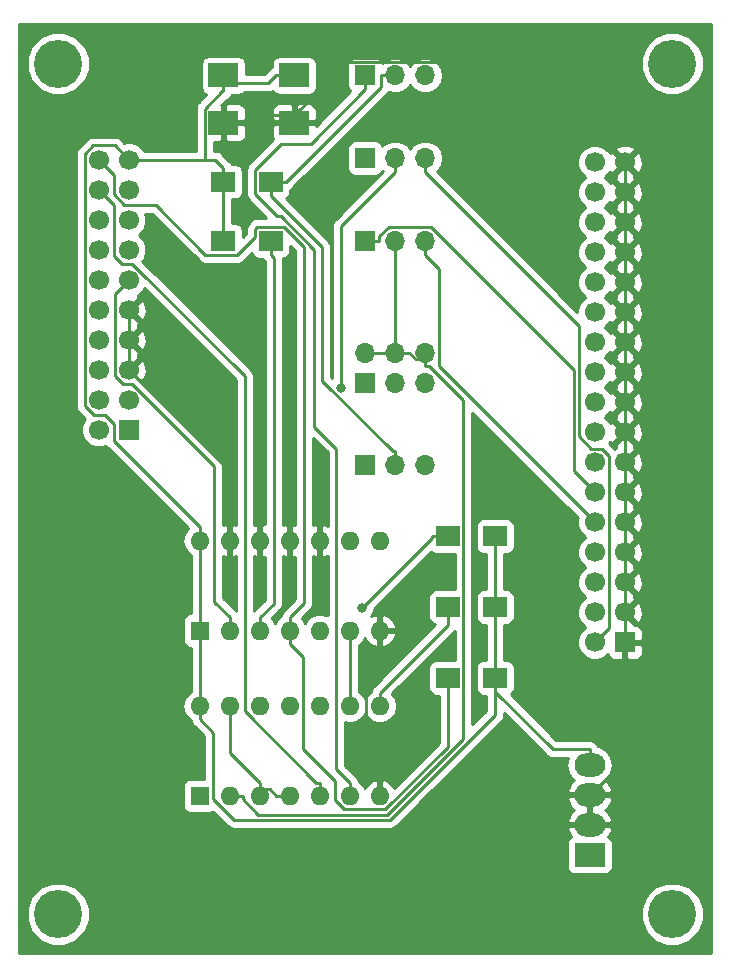
<source format=gbr>
%TF.GenerationSoftware,KiCad,Pcbnew,(5.0.0-3-g0214c9d)*%
%TF.CreationDate,2018-12-11T01:20:51+01:00*%
%TF.ProjectId,AmiExtFDD,416D694578744644442E6B696361645F,rev?*%
%TF.SameCoordinates,Original*%
%TF.FileFunction,Copper,L1,Top,Signal*%
%TF.FilePolarity,Positive*%
%FSLAX46Y46*%
G04 Gerber Fmt 4.6, Leading zero omitted, Abs format (unit mm)*
G04 Created by KiCad (PCBNEW (5.0.0-3-g0214c9d)) date 2018 December 11, Tuesday 01:20:51*
%MOMM*%
%LPD*%
G01*
G04 APERTURE LIST*
%ADD10R,2.000000X1.700000*%
%ADD11R,2.500000X2.000000*%
%ADD12R,1.700000X1.700000*%
%ADD13C,1.700000*%
%ADD14R,2.600000X2.000000*%
%ADD15O,2.600000X2.000000*%
%ADD16O,1.700000X1.700000*%
%ADD17R,1.600000X1.600000*%
%ADD18O,1.600000X1.600000*%
%ADD19C,4.064000*%
%ADD20C,0.800000*%
%ADD21C,0.250000*%
%ADD22C,0.254000*%
G04 APERTURE END LIST*
D10*
X92000000Y-100000000D03*
X96000000Y-100000000D03*
X96000000Y-106000000D03*
X92000000Y-106000000D03*
X92000000Y-94000000D03*
X96000000Y-94000000D03*
X73000000Y-69000000D03*
X77000000Y-69000000D03*
X77000000Y-64000000D03*
X73000000Y-64000000D03*
D11*
X79000000Y-55000000D03*
X79000000Y-59000000D03*
X73000000Y-59000000D03*
X73000000Y-55000000D03*
D12*
X65000000Y-85000000D03*
D13*
X62460000Y-85000000D03*
X65000000Y-82460000D03*
X62460000Y-82460000D03*
X65000000Y-79920000D03*
X62460000Y-79920000D03*
X65000000Y-77380000D03*
X62460000Y-77380000D03*
X65000000Y-74840000D03*
X62460000Y-74840000D03*
X65000000Y-72300000D03*
X62460000Y-72300000D03*
X65000000Y-69760000D03*
X62460000Y-69760000D03*
X65000000Y-67220000D03*
X62460000Y-67220000D03*
X65000000Y-64680000D03*
X62460000Y-64680000D03*
X65000000Y-62140000D03*
X62460000Y-62140000D03*
D12*
X107000000Y-103000000D03*
D13*
X104460000Y-103000000D03*
X107000000Y-100460000D03*
X104460000Y-100460000D03*
X107000000Y-97920000D03*
X104460000Y-97920000D03*
X107000000Y-95380000D03*
X104460000Y-95380000D03*
X107000000Y-92840000D03*
X104460000Y-92840000D03*
X107000000Y-90300000D03*
X104460000Y-90300000D03*
X107000000Y-87760000D03*
X104460000Y-87760000D03*
X107000000Y-85220000D03*
X104460000Y-85220000D03*
X107000000Y-82680000D03*
X104460000Y-82680000D03*
X107000000Y-80140000D03*
X104460000Y-80140000D03*
X107000000Y-77600000D03*
X104460000Y-77600000D03*
X107000000Y-75060000D03*
X104460000Y-75060000D03*
X107000000Y-72520000D03*
X104460000Y-72520000D03*
X107000000Y-69980000D03*
X104460000Y-69980000D03*
X107000000Y-67440000D03*
X104460000Y-67440000D03*
X107000000Y-64900000D03*
X104460000Y-64900000D03*
X107000000Y-62360000D03*
X104460000Y-62360000D03*
D14*
X104000000Y-121000000D03*
D15*
X104000000Y-118460000D03*
X104000000Y-115920000D03*
X104000000Y-113380000D03*
D12*
X85000000Y-55000000D03*
D16*
X87540000Y-55000000D03*
X90080000Y-55000000D03*
X90080000Y-62000000D03*
X87540000Y-62000000D03*
D12*
X85000000Y-62000000D03*
X85000000Y-69000000D03*
D16*
X87540000Y-69000000D03*
X90080000Y-69000000D03*
D12*
X85000000Y-81000000D03*
D16*
X85000000Y-78460000D03*
X87540000Y-81000000D03*
X87540000Y-78460000D03*
X90080000Y-81000000D03*
X90080000Y-78460000D03*
X90080000Y-88000000D03*
X87540000Y-88000000D03*
D12*
X85000000Y-88000000D03*
D17*
X71000000Y-102000000D03*
D18*
X86240000Y-94380000D03*
X73540000Y-102000000D03*
X83700000Y-94380000D03*
X76080000Y-102000000D03*
X81160000Y-94380000D03*
X78620000Y-102000000D03*
X78620000Y-94380000D03*
X81160000Y-102000000D03*
X76080000Y-94380000D03*
X83700000Y-102000000D03*
X73540000Y-94380000D03*
X86240000Y-102000000D03*
X71000000Y-94380000D03*
X71000000Y-108380000D03*
X86240000Y-116000000D03*
X73540000Y-108380000D03*
X83700000Y-116000000D03*
X76080000Y-108380000D03*
X81160000Y-116000000D03*
X78620000Y-108380000D03*
X78620000Y-116000000D03*
X81160000Y-108380000D03*
X76080000Y-116000000D03*
X83700000Y-108380000D03*
X73540000Y-116000000D03*
X86240000Y-108380000D03*
D17*
X71000000Y-116000000D03*
D19*
X59000000Y-54000000D03*
X111000000Y-54000000D03*
X111000000Y-126000000D03*
X59000000Y-126000000D03*
D20*
X84723600Y-100101800D03*
X82977000Y-81444100D03*
D21*
X71000000Y-109505300D02*
X72125300Y-110630600D01*
X72125300Y-110630600D02*
X72125300Y-116253100D01*
X72125300Y-116253100D02*
X73909900Y-118037700D01*
X73909900Y-118037700D02*
X87072000Y-118037700D01*
X87072000Y-118037700D02*
X96000000Y-109109700D01*
X96000000Y-109109700D02*
X96000000Y-107175300D01*
X71000000Y-102000000D02*
X71000000Y-94380000D01*
X71000000Y-108380000D02*
X71000000Y-102000000D01*
X71000000Y-94380000D02*
X71000000Y-93254700D01*
X71000000Y-93254700D02*
X63730000Y-85984700D01*
X63730000Y-85984700D02*
X63730000Y-84521700D01*
X63730000Y-84521700D02*
X62938300Y-83730000D01*
X62938300Y-83730000D02*
X62008000Y-83730000D01*
X62008000Y-83730000D02*
X61254400Y-82976400D01*
X61254400Y-82976400D02*
X61254400Y-61668200D01*
X61254400Y-61668200D02*
X61993500Y-60929100D01*
X61993500Y-60929100D02*
X63789100Y-60929100D01*
X63789100Y-60929100D02*
X65000000Y-62140000D01*
X71000000Y-108380000D02*
X71000000Y-109505300D01*
X96000000Y-106000000D02*
X96000000Y-107175300D01*
X104000000Y-113380000D02*
X104000000Y-112054700D01*
X104000000Y-112054700D02*
X100879400Y-112054700D01*
X100879400Y-112054700D02*
X96000000Y-107175300D01*
X79000000Y-55000000D02*
X77424700Y-55000000D01*
X73000000Y-55662600D02*
X76762100Y-55662600D01*
X76762100Y-55662600D02*
X77424700Y-55000000D01*
X73000000Y-55662600D02*
X73000000Y-56325300D01*
X73000000Y-55000000D02*
X73000000Y-55662600D01*
X96000000Y-94000000D02*
X96000000Y-100000000D01*
X65000000Y-62140000D02*
X71424600Y-62140000D01*
X96000000Y-106000000D02*
X96000000Y-100000000D01*
X73000000Y-69000000D02*
X73000000Y-64000000D01*
X73000000Y-56325300D02*
X72917200Y-56325300D01*
X72917200Y-56325300D02*
X71424600Y-57817900D01*
X71424600Y-57817900D02*
X71424600Y-62140000D01*
X71424600Y-62140000D02*
X72315300Y-62140000D01*
X72315300Y-62140000D02*
X73000000Y-62824700D01*
X73000000Y-64000000D02*
X73000000Y-62824700D01*
X107000000Y-62360000D02*
X98464600Y-53824600D01*
X98464600Y-53824600D02*
X83512700Y-53824600D01*
X83512700Y-53824600D02*
X79000000Y-58337300D01*
X79000000Y-58337300D02*
X75238000Y-58337300D01*
X75238000Y-58337300D02*
X74575300Y-59000000D01*
X107000000Y-64900000D02*
X107000000Y-62360000D01*
X65000000Y-79920000D02*
X73540000Y-88460000D01*
X73540000Y-88460000D02*
X73540000Y-94380000D01*
X65000000Y-77380000D02*
X65000000Y-74840000D01*
X107000000Y-100460000D02*
X107000000Y-97920000D01*
X107000000Y-103000000D02*
X107000000Y-100460000D01*
X86240000Y-102000000D02*
X86240000Y-103125300D01*
X86240000Y-116000000D02*
X86240000Y-114874700D01*
X86240000Y-114874700D02*
X85114700Y-113749400D01*
X85114700Y-113749400D02*
X85114700Y-104250600D01*
X85114700Y-104250600D02*
X86240000Y-103125300D01*
X73000000Y-59000000D02*
X74575300Y-59000000D01*
X79000000Y-59000000D02*
X79000000Y-58337300D01*
X65000000Y-77380000D02*
X65000000Y-79920000D01*
X107000000Y-95380000D02*
X107000000Y-97920000D01*
X107000000Y-92840000D02*
X107000000Y-95380000D01*
X107000000Y-90300000D02*
X107000000Y-92840000D01*
X107000000Y-87760000D02*
X107000000Y-90300000D01*
X107000000Y-85220000D02*
X107000000Y-87760000D01*
X107000000Y-82680000D02*
X107000000Y-85220000D01*
X107000000Y-80140000D02*
X107000000Y-82680000D01*
X107000000Y-77600000D02*
X107000000Y-80140000D01*
X107000000Y-75060000D02*
X107000000Y-77600000D01*
X107000000Y-72520000D02*
X107000000Y-75060000D01*
X107000000Y-69980000D02*
X107000000Y-72520000D01*
X107000000Y-67440000D02*
X107000000Y-69980000D01*
X107000000Y-64900000D02*
X107000000Y-67440000D01*
X104000000Y-115920000D02*
X107000000Y-112920000D01*
X107000000Y-112920000D02*
X107000000Y-103000000D01*
X104000000Y-115920000D02*
X104000000Y-118460000D01*
X87540000Y-86824700D02*
X87319600Y-86824700D01*
X87319600Y-86824700D02*
X81347400Y-80852500D01*
X81347400Y-80852500D02*
X81347400Y-69522700D01*
X81347400Y-69522700D02*
X77000000Y-65175300D01*
X77000000Y-64000000D02*
X78325300Y-64000000D01*
X87540000Y-55000000D02*
X86364700Y-55000000D01*
X86364700Y-55000000D02*
X86364700Y-55960600D01*
X86364700Y-55960600D02*
X78325300Y-64000000D01*
X77000000Y-64000000D02*
X77000000Y-65175300D01*
X87540000Y-88000000D02*
X87540000Y-86824700D01*
X65000000Y-72300000D02*
X63823000Y-73477000D01*
X63823000Y-73477000D02*
X63823000Y-80444000D01*
X63823000Y-80444000D02*
X64474400Y-81095400D01*
X64474400Y-81095400D02*
X65297700Y-81095400D01*
X65297700Y-81095400D02*
X72228100Y-88025800D01*
X72228100Y-88025800D02*
X72228100Y-99562800D01*
X72228100Y-99562800D02*
X73540000Y-100874700D01*
X84723600Y-100101800D02*
X90674700Y-94150700D01*
X90674700Y-94150700D02*
X90674700Y-94000000D01*
X92000000Y-94000000D02*
X90674700Y-94000000D01*
X73540000Y-102000000D02*
X73540000Y-100874700D01*
X87540000Y-62000000D02*
X87540000Y-63175300D01*
X87540000Y-63175300D02*
X82977000Y-67738300D01*
X82977000Y-67738300D02*
X82977000Y-81444100D01*
X62460000Y-64680000D02*
X63730000Y-65950000D01*
X63730000Y-65950000D02*
X63730000Y-70249500D01*
X63730000Y-70249500D02*
X64415900Y-70935400D01*
X64415900Y-70935400D02*
X65297800Y-70935400D01*
X65297800Y-70935400D02*
X74810000Y-80447600D01*
X74810000Y-80447600D02*
X74810000Y-108806000D01*
X74810000Y-108806000D02*
X80878700Y-114874700D01*
X80878700Y-114874700D02*
X81160000Y-114874700D01*
X81160000Y-116000000D02*
X81160000Y-114874700D01*
X78620000Y-102000000D02*
X78620000Y-100874700D01*
X78620000Y-100874700D02*
X79811700Y-99683000D01*
X79811700Y-99683000D02*
X79811700Y-69501600D01*
X79811700Y-69501600D02*
X78124800Y-67814700D01*
X78124800Y-67814700D02*
X75872700Y-67814700D01*
X75872700Y-67814700D02*
X75674600Y-68012800D01*
X75674600Y-68012800D02*
X75674600Y-68688700D01*
X75674600Y-68688700D02*
X74187900Y-70175400D01*
X74187900Y-70175400D02*
X71482400Y-70175400D01*
X71482400Y-70175400D02*
X67257000Y-65950000D01*
X67257000Y-65950000D02*
X64603600Y-65950000D01*
X64603600Y-65950000D02*
X63730000Y-65076400D01*
X63730000Y-65076400D02*
X63730000Y-63410000D01*
X63730000Y-63410000D02*
X62460000Y-62140000D01*
X78620000Y-102562600D02*
X78620000Y-102000000D01*
X78620000Y-102562600D02*
X78620000Y-103125300D01*
X92000000Y-106000000D02*
X92000000Y-107175300D01*
X78620000Y-103125300D02*
X79745300Y-104250600D01*
X79745300Y-104250600D02*
X79745300Y-112050000D01*
X79745300Y-112050000D02*
X82430000Y-114734700D01*
X82430000Y-114734700D02*
X82430000Y-116386400D01*
X82430000Y-116386400D02*
X83180700Y-117137100D01*
X83180700Y-117137100D02*
X86698800Y-117137100D01*
X86698800Y-117137100D02*
X92000000Y-111835900D01*
X92000000Y-111835900D02*
X92000000Y-107175300D01*
X90080000Y-62000000D02*
X90080000Y-63175300D01*
X90080000Y-63175300D02*
X103126900Y-76222200D01*
X103126900Y-76222200D02*
X103126900Y-85551100D01*
X103126900Y-85551100D02*
X104160400Y-86584600D01*
X104160400Y-86584600D02*
X105043400Y-86584600D01*
X105043400Y-86584600D02*
X105644200Y-87185400D01*
X105644200Y-87185400D02*
X105644200Y-101815800D01*
X105644200Y-101815800D02*
X104460000Y-103000000D01*
X90080000Y-69000000D02*
X90080000Y-70175300D01*
X90080000Y-70175300D02*
X91255300Y-71350600D01*
X91255300Y-71350600D02*
X91255300Y-79635300D01*
X91255300Y-79635300D02*
X104460000Y-92840000D01*
X86175300Y-69000000D02*
X86175300Y-68632700D01*
X86175300Y-68632700D02*
X87001600Y-67806400D01*
X87001600Y-67806400D02*
X90572900Y-67806400D01*
X90572900Y-67806400D02*
X102676500Y-79910000D01*
X102676500Y-79910000D02*
X102676500Y-88516500D01*
X102676500Y-88516500D02*
X104460000Y-90300000D01*
X85000000Y-69000000D02*
X86175300Y-69000000D01*
X86240000Y-107254700D02*
X92000000Y-101494700D01*
X92000000Y-101494700D02*
X92000000Y-100000000D01*
X86240000Y-108380000D02*
X86240000Y-107254700D01*
X83700000Y-114874700D02*
X82574700Y-113749400D01*
X82574700Y-113749400D02*
X82574700Y-86606900D01*
X82574700Y-86606900D02*
X80710400Y-84742600D01*
X80710400Y-84742600D02*
X80710400Y-69755700D01*
X80710400Y-69755700D02*
X77852700Y-66898000D01*
X77852700Y-66898000D02*
X77554100Y-66898000D01*
X77554100Y-66898000D02*
X75674600Y-65018500D01*
X75674600Y-65018500D02*
X75674600Y-62976200D01*
X75674600Y-62976200D02*
X77867300Y-60783500D01*
X77867300Y-60783500D02*
X80391800Y-60783500D01*
X80391800Y-60783500D02*
X85000000Y-56175300D01*
X85000000Y-55000000D02*
X85000000Y-56175300D01*
X83700000Y-116000000D02*
X83700000Y-114874700D01*
X87540000Y-78460000D02*
X88715300Y-78460000D01*
X90080000Y-79047600D02*
X89302900Y-79047600D01*
X89302900Y-79047600D02*
X88715300Y-78460000D01*
X90080000Y-79047600D02*
X90080000Y-79635300D01*
X90080000Y-78460000D02*
X90080000Y-79047600D01*
X87540000Y-78460000D02*
X86175300Y-78460000D01*
X87540000Y-78460000D02*
X87540000Y-69000000D01*
X85000000Y-78460000D02*
X86175300Y-78460000D01*
X74665300Y-116000000D02*
X74665300Y-116281300D01*
X74665300Y-116281300D02*
X75971400Y-117587400D01*
X75971400Y-117587400D02*
X86885400Y-117587400D01*
X86885400Y-117587400D02*
X93327300Y-111145500D01*
X93327300Y-111145500D02*
X93327300Y-82515300D01*
X93327300Y-82515300D02*
X90447300Y-79635300D01*
X90447300Y-79635300D02*
X90080000Y-79635300D01*
X73540000Y-116000000D02*
X74665300Y-116000000D01*
X77000000Y-69000000D02*
X77000000Y-70175300D01*
X76080000Y-102000000D02*
X76080000Y-100874700D01*
X76080000Y-100874700D02*
X77247300Y-99707400D01*
X77247300Y-99707400D02*
X77247300Y-70422600D01*
X77247300Y-70422600D02*
X77000000Y-70175300D01*
X78620000Y-116000000D02*
X77494700Y-116000000D01*
X76080000Y-115437300D02*
X76932000Y-115437300D01*
X76932000Y-115437300D02*
X77494700Y-116000000D01*
X76080000Y-115437300D02*
X76080000Y-114874700D01*
X76080000Y-116000000D02*
X76080000Y-115437300D01*
X76080000Y-114874700D02*
X73540000Y-112334700D01*
X73540000Y-112334700D02*
X73540000Y-108380000D01*
X83700000Y-108380000D02*
X83700000Y-102000000D01*
D22*
G36*
X114315000Y-129315000D02*
X55685000Y-129315000D01*
X55685000Y-125469501D01*
X56333000Y-125469501D01*
X56333000Y-126530499D01*
X56739026Y-127510734D01*
X57489266Y-128260974D01*
X58469501Y-128667000D01*
X59530499Y-128667000D01*
X60510734Y-128260974D01*
X61260974Y-127510734D01*
X61667000Y-126530499D01*
X61667000Y-125469501D01*
X108333000Y-125469501D01*
X108333000Y-126530499D01*
X108739026Y-127510734D01*
X109489266Y-128260974D01*
X110469501Y-128667000D01*
X111530499Y-128667000D01*
X112510734Y-128260974D01*
X113260974Y-127510734D01*
X113667000Y-126530499D01*
X113667000Y-125469501D01*
X113260974Y-124489266D01*
X112510734Y-123739026D01*
X111530499Y-123333000D01*
X110469501Y-123333000D01*
X109489266Y-123739026D01*
X108739026Y-124489266D01*
X108333000Y-125469501D01*
X61667000Y-125469501D01*
X61260974Y-124489266D01*
X60510734Y-123739026D01*
X59530499Y-123333000D01*
X58469501Y-123333000D01*
X57489266Y-123739026D01*
X56739026Y-124489266D01*
X56333000Y-125469501D01*
X55685000Y-125469501D01*
X55685000Y-120000000D01*
X102052560Y-120000000D01*
X102052560Y-122000000D01*
X102101843Y-122247765D01*
X102242191Y-122457809D01*
X102452235Y-122598157D01*
X102700000Y-122647440D01*
X105300000Y-122647440D01*
X105547765Y-122598157D01*
X105757809Y-122457809D01*
X105898157Y-122247765D01*
X105947440Y-122000000D01*
X105947440Y-120000000D01*
X105898157Y-119752235D01*
X105757809Y-119542191D01*
X105597240Y-119434901D01*
X105859144Y-118968355D01*
X105890124Y-118840434D01*
X105770777Y-118587000D01*
X104127000Y-118587000D01*
X104127000Y-118607000D01*
X103873000Y-118607000D01*
X103873000Y-118587000D01*
X102229223Y-118587000D01*
X102109876Y-118840434D01*
X102140856Y-118968355D01*
X102402760Y-119434901D01*
X102242191Y-119542191D01*
X102101843Y-119752235D01*
X102052560Y-120000000D01*
X55685000Y-120000000D01*
X55685000Y-61668200D01*
X60479512Y-61668200D01*
X60494401Y-61743052D01*
X60494400Y-82901553D01*
X60479512Y-82976400D01*
X60494400Y-83051247D01*
X60494400Y-83051251D01*
X60538496Y-83272936D01*
X60706471Y-83524329D01*
X60769929Y-83566731D01*
X61281545Y-84078348D01*
X61201078Y-84158815D01*
X60975000Y-84704615D01*
X60975000Y-85295385D01*
X61201078Y-85841185D01*
X61618815Y-86258922D01*
X62164615Y-86485000D01*
X62755385Y-86485000D01*
X63064651Y-86356898D01*
X63182071Y-86532629D01*
X63245530Y-86575031D01*
X69995694Y-93325196D01*
X69965423Y-93345423D01*
X69648260Y-93820091D01*
X69536887Y-94380000D01*
X69648260Y-94939909D01*
X69965423Y-95414577D01*
X70240001Y-95598044D01*
X70240000Y-100552560D01*
X70200000Y-100552560D01*
X69952235Y-100601843D01*
X69742191Y-100742191D01*
X69601843Y-100952235D01*
X69552560Y-101200000D01*
X69552560Y-102800000D01*
X69601843Y-103047765D01*
X69742191Y-103257809D01*
X69952235Y-103398157D01*
X70200000Y-103447440D01*
X70240001Y-103447440D01*
X70240000Y-107161956D01*
X69965423Y-107345423D01*
X69648260Y-107820091D01*
X69536887Y-108380000D01*
X69648260Y-108939909D01*
X69965423Y-109414577D01*
X70244106Y-109600787D01*
X70284097Y-109801837D01*
X70320095Y-109855711D01*
X70452072Y-110053229D01*
X70515528Y-110095629D01*
X71365300Y-110945402D01*
X71365301Y-114552560D01*
X70200000Y-114552560D01*
X69952235Y-114601843D01*
X69742191Y-114742191D01*
X69601843Y-114952235D01*
X69552560Y-115200000D01*
X69552560Y-116800000D01*
X69601843Y-117047765D01*
X69742191Y-117257809D01*
X69952235Y-117398157D01*
X70200000Y-117447440D01*
X71800000Y-117447440D01*
X72047765Y-117398157D01*
X72136359Y-117338960D01*
X73319571Y-118522173D01*
X73361971Y-118585629D01*
X73613363Y-118753604D01*
X73835048Y-118797700D01*
X73835052Y-118797700D01*
X73909900Y-118812588D01*
X73984748Y-118797700D01*
X86997153Y-118797700D01*
X87072000Y-118812588D01*
X87146847Y-118797700D01*
X87146852Y-118797700D01*
X87368537Y-118753604D01*
X87619929Y-118585629D01*
X87662331Y-118522170D01*
X89884067Y-116300434D01*
X102109876Y-116300434D01*
X102140856Y-116428355D01*
X102454078Y-116986317D01*
X102712991Y-117190000D01*
X102454078Y-117393683D01*
X102140856Y-117951645D01*
X102109876Y-118079566D01*
X102229223Y-118333000D01*
X103873000Y-118333000D01*
X103873000Y-116047000D01*
X104127000Y-116047000D01*
X104127000Y-118333000D01*
X105770777Y-118333000D01*
X105890124Y-118079566D01*
X105859144Y-117951645D01*
X105545922Y-117393683D01*
X105287009Y-117190000D01*
X105545922Y-116986317D01*
X105859144Y-116428355D01*
X105890124Y-116300434D01*
X105770777Y-116047000D01*
X104127000Y-116047000D01*
X103873000Y-116047000D01*
X102229223Y-116047000D01*
X102109876Y-116300434D01*
X89884067Y-116300434D01*
X96484473Y-109700029D01*
X96547929Y-109657629D01*
X96649712Y-109505300D01*
X96715904Y-109406238D01*
X96755184Y-109208763D01*
X96760000Y-109184552D01*
X96760000Y-109184548D01*
X96774888Y-109109700D01*
X96760000Y-109034852D01*
X96760000Y-109010101D01*
X100289071Y-112539173D01*
X100331471Y-112602629D01*
X100394927Y-112645029D01*
X100582862Y-112770604D01*
X100631005Y-112780180D01*
X100804548Y-112814700D01*
X100804552Y-112814700D01*
X100879400Y-112829588D01*
X100954248Y-112814700D01*
X102145414Y-112814700D01*
X102032969Y-113380000D01*
X102159864Y-114017945D01*
X102521231Y-114558769D01*
X102687629Y-114669952D01*
X102454078Y-114853683D01*
X102140856Y-115411645D01*
X102109876Y-115539566D01*
X102229223Y-115793000D01*
X103873000Y-115793000D01*
X103873000Y-115773000D01*
X104127000Y-115773000D01*
X104127000Y-115793000D01*
X105770777Y-115793000D01*
X105890124Y-115539566D01*
X105859144Y-115411645D01*
X105545922Y-114853683D01*
X105312371Y-114669952D01*
X105478769Y-114558769D01*
X105840136Y-114017945D01*
X105967031Y-113380000D01*
X105840136Y-112742055D01*
X105478769Y-112201231D01*
X104937945Y-111839864D01*
X104723678Y-111797244D01*
X104715904Y-111758163D01*
X104547929Y-111506771D01*
X104296537Y-111338796D01*
X104074852Y-111294700D01*
X104000000Y-111279811D01*
X103925148Y-111294700D01*
X101194202Y-111294700D01*
X97307646Y-107408145D01*
X97457809Y-107307809D01*
X97598157Y-107097765D01*
X97647440Y-106850000D01*
X97647440Y-105150000D01*
X97598157Y-104902235D01*
X97457809Y-104692191D01*
X97247765Y-104551843D01*
X97000000Y-104502560D01*
X96760000Y-104502560D01*
X96760000Y-101497440D01*
X97000000Y-101497440D01*
X97247765Y-101448157D01*
X97457809Y-101307809D01*
X97598157Y-101097765D01*
X97647440Y-100850000D01*
X97647440Y-99150000D01*
X97598157Y-98902235D01*
X97457809Y-98692191D01*
X97247765Y-98551843D01*
X97000000Y-98502560D01*
X96760000Y-98502560D01*
X96760000Y-95497440D01*
X97000000Y-95497440D01*
X97247765Y-95448157D01*
X97457809Y-95307809D01*
X97598157Y-95097765D01*
X97647440Y-94850000D01*
X97647440Y-93150000D01*
X97598157Y-92902235D01*
X97457809Y-92692191D01*
X97247765Y-92551843D01*
X97000000Y-92502560D01*
X95000000Y-92502560D01*
X94752235Y-92551843D01*
X94542191Y-92692191D01*
X94401843Y-92902235D01*
X94352560Y-93150000D01*
X94352560Y-94850000D01*
X94401843Y-95097765D01*
X94542191Y-95307809D01*
X94752235Y-95448157D01*
X95000000Y-95497440D01*
X95240000Y-95497440D01*
X95240001Y-98502560D01*
X95000000Y-98502560D01*
X94752235Y-98551843D01*
X94542191Y-98692191D01*
X94401843Y-98902235D01*
X94352560Y-99150000D01*
X94352560Y-100850000D01*
X94401843Y-101097765D01*
X94542191Y-101307809D01*
X94752235Y-101448157D01*
X95000000Y-101497440D01*
X95240001Y-101497440D01*
X95240000Y-104502560D01*
X95000000Y-104502560D01*
X94752235Y-104551843D01*
X94542191Y-104692191D01*
X94401843Y-104902235D01*
X94352560Y-105150000D01*
X94352560Y-106850000D01*
X94401843Y-107097765D01*
X94542191Y-107307809D01*
X94752235Y-107448157D01*
X95000000Y-107497440D01*
X95240001Y-107497440D01*
X95240000Y-108794898D01*
X94087300Y-109947598D01*
X94087300Y-83542101D01*
X103008628Y-92463430D01*
X102975000Y-92544615D01*
X102975000Y-93135385D01*
X103201078Y-93681185D01*
X103618815Y-94098922D01*
X103645560Y-94110000D01*
X103618815Y-94121078D01*
X103201078Y-94538815D01*
X102975000Y-95084615D01*
X102975000Y-95675385D01*
X103201078Y-96221185D01*
X103618815Y-96638922D01*
X103645560Y-96650000D01*
X103618815Y-96661078D01*
X103201078Y-97078815D01*
X102975000Y-97624615D01*
X102975000Y-98215385D01*
X103201078Y-98761185D01*
X103618815Y-99178922D01*
X103645560Y-99190000D01*
X103618815Y-99201078D01*
X103201078Y-99618815D01*
X102975000Y-100164615D01*
X102975000Y-100755385D01*
X103201078Y-101301185D01*
X103618815Y-101718922D01*
X103645560Y-101730000D01*
X103618815Y-101741078D01*
X103201078Y-102158815D01*
X102975000Y-102704615D01*
X102975000Y-103295385D01*
X103201078Y-103841185D01*
X103618815Y-104258922D01*
X104164615Y-104485000D01*
X104755385Y-104485000D01*
X105301185Y-104258922D01*
X105535150Y-104024957D01*
X105611673Y-104209698D01*
X105790301Y-104388327D01*
X106023690Y-104485000D01*
X106714250Y-104485000D01*
X106873000Y-104326250D01*
X106873000Y-103127000D01*
X107127000Y-103127000D01*
X107127000Y-104326250D01*
X107285750Y-104485000D01*
X107976310Y-104485000D01*
X108209699Y-104388327D01*
X108388327Y-104209698D01*
X108485000Y-103976309D01*
X108485000Y-103285750D01*
X108326250Y-103127000D01*
X107127000Y-103127000D01*
X106873000Y-103127000D01*
X106853000Y-103127000D01*
X106853000Y-102873000D01*
X106873000Y-102873000D01*
X106873000Y-102853000D01*
X107127000Y-102853000D01*
X107127000Y-102873000D01*
X108326250Y-102873000D01*
X108485000Y-102714250D01*
X108485000Y-102023691D01*
X108388327Y-101790302D01*
X108209699Y-101611673D01*
X107976310Y-101515000D01*
X107860826Y-101515000D01*
X107864353Y-101503958D01*
X107000000Y-100639605D01*
X106985858Y-100653748D01*
X106806253Y-100474143D01*
X106820395Y-100460000D01*
X107179605Y-100460000D01*
X108043958Y-101324353D01*
X108295259Y-101244080D01*
X108496718Y-100688721D01*
X108470315Y-100098542D01*
X108295259Y-99675920D01*
X108043958Y-99595647D01*
X107179605Y-100460000D01*
X106820395Y-100460000D01*
X106806253Y-100445858D01*
X106985858Y-100266253D01*
X107000000Y-100280395D01*
X107864353Y-99416042D01*
X107792148Y-99190000D01*
X107864353Y-98963958D01*
X107000000Y-98099605D01*
X106985858Y-98113748D01*
X106806253Y-97934143D01*
X106820395Y-97920000D01*
X107179605Y-97920000D01*
X108043958Y-98784353D01*
X108295259Y-98704080D01*
X108496718Y-98148721D01*
X108470315Y-97558542D01*
X108295259Y-97135920D01*
X108043958Y-97055647D01*
X107179605Y-97920000D01*
X106820395Y-97920000D01*
X106806253Y-97905858D01*
X106985858Y-97726253D01*
X107000000Y-97740395D01*
X107864353Y-96876042D01*
X107792148Y-96650000D01*
X107864353Y-96423958D01*
X107000000Y-95559605D01*
X106985858Y-95573748D01*
X106806253Y-95394143D01*
X106820395Y-95380000D01*
X107179605Y-95380000D01*
X108043958Y-96244353D01*
X108295259Y-96164080D01*
X108496718Y-95608721D01*
X108470315Y-95018542D01*
X108295259Y-94595920D01*
X108043958Y-94515647D01*
X107179605Y-95380000D01*
X106820395Y-95380000D01*
X106806253Y-95365858D01*
X106985858Y-95186253D01*
X107000000Y-95200395D01*
X107864353Y-94336042D01*
X107792148Y-94110000D01*
X107864353Y-93883958D01*
X107000000Y-93019605D01*
X106985858Y-93033748D01*
X106806253Y-92854143D01*
X106820395Y-92840000D01*
X107179605Y-92840000D01*
X108043958Y-93704353D01*
X108295259Y-93624080D01*
X108496718Y-93068721D01*
X108470315Y-92478542D01*
X108295259Y-92055920D01*
X108043958Y-91975647D01*
X107179605Y-92840000D01*
X106820395Y-92840000D01*
X106806253Y-92825858D01*
X106985858Y-92646253D01*
X107000000Y-92660395D01*
X107864353Y-91796042D01*
X107792148Y-91570000D01*
X107864353Y-91343958D01*
X107000000Y-90479605D01*
X106985858Y-90493748D01*
X106806253Y-90314143D01*
X106820395Y-90300000D01*
X107179605Y-90300000D01*
X108043958Y-91164353D01*
X108295259Y-91084080D01*
X108496718Y-90528721D01*
X108470315Y-89938542D01*
X108295259Y-89515920D01*
X108043958Y-89435647D01*
X107179605Y-90300000D01*
X106820395Y-90300000D01*
X106806253Y-90285858D01*
X106985858Y-90106253D01*
X107000000Y-90120395D01*
X107864353Y-89256042D01*
X107792148Y-89030000D01*
X107864353Y-88803958D01*
X107000000Y-87939605D01*
X106985858Y-87953748D01*
X106806253Y-87774143D01*
X106820395Y-87760000D01*
X107179605Y-87760000D01*
X108043958Y-88624353D01*
X108295259Y-88544080D01*
X108496718Y-87988721D01*
X108470315Y-87398542D01*
X108295259Y-86975920D01*
X108043958Y-86895647D01*
X107179605Y-87760000D01*
X106820395Y-87760000D01*
X106806253Y-87745858D01*
X106985858Y-87566253D01*
X107000000Y-87580395D01*
X107864353Y-86716042D01*
X107792148Y-86490000D01*
X107864353Y-86263958D01*
X107000000Y-85399605D01*
X106135647Y-86263958D01*
X106207852Y-86490000D01*
X106166265Y-86620189D01*
X106128673Y-86595071D01*
X105656854Y-86123253D01*
X105718922Y-86061185D01*
X105738155Y-86014753D01*
X105956042Y-86084353D01*
X106820395Y-85220000D01*
X107179605Y-85220000D01*
X108043958Y-86084353D01*
X108295259Y-86004080D01*
X108496718Y-85448721D01*
X108470315Y-84858542D01*
X108295259Y-84435920D01*
X108043958Y-84355647D01*
X107179605Y-85220000D01*
X106820395Y-85220000D01*
X105956042Y-84355647D01*
X105738155Y-84425247D01*
X105718922Y-84378815D01*
X105301185Y-83961078D01*
X105274440Y-83950000D01*
X105301185Y-83938922D01*
X105516149Y-83723958D01*
X106135647Y-83723958D01*
X106207852Y-83950000D01*
X106135647Y-84176042D01*
X107000000Y-85040395D01*
X107864353Y-84176042D01*
X107792148Y-83950000D01*
X107864353Y-83723958D01*
X107000000Y-82859605D01*
X106135647Y-83723958D01*
X105516149Y-83723958D01*
X105718922Y-83521185D01*
X105738155Y-83474753D01*
X105956042Y-83544353D01*
X106820395Y-82680000D01*
X107179605Y-82680000D01*
X108043958Y-83544353D01*
X108295259Y-83464080D01*
X108496718Y-82908721D01*
X108470315Y-82318542D01*
X108295259Y-81895920D01*
X108043958Y-81815647D01*
X107179605Y-82680000D01*
X106820395Y-82680000D01*
X105956042Y-81815647D01*
X105738155Y-81885247D01*
X105718922Y-81838815D01*
X105301185Y-81421078D01*
X105274440Y-81410000D01*
X105301185Y-81398922D01*
X105516149Y-81183958D01*
X106135647Y-81183958D01*
X106207852Y-81410000D01*
X106135647Y-81636042D01*
X107000000Y-82500395D01*
X107864353Y-81636042D01*
X107792148Y-81410000D01*
X107864353Y-81183958D01*
X107000000Y-80319605D01*
X106135647Y-81183958D01*
X105516149Y-81183958D01*
X105718922Y-80981185D01*
X105738155Y-80934753D01*
X105956042Y-81004353D01*
X106820395Y-80140000D01*
X107179605Y-80140000D01*
X108043958Y-81004353D01*
X108295259Y-80924080D01*
X108496718Y-80368721D01*
X108470315Y-79778542D01*
X108295259Y-79355920D01*
X108043958Y-79275647D01*
X107179605Y-80140000D01*
X106820395Y-80140000D01*
X105956042Y-79275647D01*
X105738155Y-79345247D01*
X105718922Y-79298815D01*
X105301185Y-78881078D01*
X105274440Y-78870000D01*
X105301185Y-78858922D01*
X105516149Y-78643958D01*
X106135647Y-78643958D01*
X106207852Y-78870000D01*
X106135647Y-79096042D01*
X107000000Y-79960395D01*
X107864353Y-79096042D01*
X107792148Y-78870000D01*
X107864353Y-78643958D01*
X107000000Y-77779605D01*
X106135647Y-78643958D01*
X105516149Y-78643958D01*
X105718922Y-78441185D01*
X105738155Y-78394753D01*
X105956042Y-78464353D01*
X106820395Y-77600000D01*
X107179605Y-77600000D01*
X108043958Y-78464353D01*
X108295259Y-78384080D01*
X108496718Y-77828721D01*
X108470315Y-77238542D01*
X108295259Y-76815920D01*
X108043958Y-76735647D01*
X107179605Y-77600000D01*
X106820395Y-77600000D01*
X105956042Y-76735647D01*
X105738155Y-76805247D01*
X105718922Y-76758815D01*
X105301185Y-76341078D01*
X105274440Y-76330000D01*
X105301185Y-76318922D01*
X105516149Y-76103958D01*
X106135647Y-76103958D01*
X106207852Y-76330000D01*
X106135647Y-76556042D01*
X107000000Y-77420395D01*
X107864353Y-76556042D01*
X107792148Y-76330000D01*
X107864353Y-76103958D01*
X107000000Y-75239605D01*
X106135647Y-76103958D01*
X105516149Y-76103958D01*
X105718922Y-75901185D01*
X105738155Y-75854753D01*
X105956042Y-75924353D01*
X106820395Y-75060000D01*
X107179605Y-75060000D01*
X108043958Y-75924353D01*
X108295259Y-75844080D01*
X108496718Y-75288721D01*
X108470315Y-74698542D01*
X108295259Y-74275920D01*
X108043958Y-74195647D01*
X107179605Y-75060000D01*
X106820395Y-75060000D01*
X105956042Y-74195647D01*
X105738155Y-74265247D01*
X105718922Y-74218815D01*
X105301185Y-73801078D01*
X105274440Y-73790000D01*
X105301185Y-73778922D01*
X105516149Y-73563958D01*
X106135647Y-73563958D01*
X106207852Y-73790000D01*
X106135647Y-74016042D01*
X107000000Y-74880395D01*
X107864353Y-74016042D01*
X107792148Y-73790000D01*
X107864353Y-73563958D01*
X107000000Y-72699605D01*
X106135647Y-73563958D01*
X105516149Y-73563958D01*
X105718922Y-73361185D01*
X105738155Y-73314753D01*
X105956042Y-73384353D01*
X106820395Y-72520000D01*
X107179605Y-72520000D01*
X108043958Y-73384353D01*
X108295259Y-73304080D01*
X108496718Y-72748721D01*
X108470315Y-72158542D01*
X108295259Y-71735920D01*
X108043958Y-71655647D01*
X107179605Y-72520000D01*
X106820395Y-72520000D01*
X105956042Y-71655647D01*
X105738155Y-71725247D01*
X105718922Y-71678815D01*
X105301185Y-71261078D01*
X105274440Y-71250000D01*
X105301185Y-71238922D01*
X105516149Y-71023958D01*
X106135647Y-71023958D01*
X106207852Y-71250000D01*
X106135647Y-71476042D01*
X107000000Y-72340395D01*
X107864353Y-71476042D01*
X107792148Y-71250000D01*
X107864353Y-71023958D01*
X107000000Y-70159605D01*
X106135647Y-71023958D01*
X105516149Y-71023958D01*
X105718922Y-70821185D01*
X105738155Y-70774753D01*
X105956042Y-70844353D01*
X106820395Y-69980000D01*
X107179605Y-69980000D01*
X108043958Y-70844353D01*
X108295259Y-70764080D01*
X108496718Y-70208721D01*
X108470315Y-69618542D01*
X108295259Y-69195920D01*
X108043958Y-69115647D01*
X107179605Y-69980000D01*
X106820395Y-69980000D01*
X105956042Y-69115647D01*
X105738155Y-69185247D01*
X105718922Y-69138815D01*
X105301185Y-68721078D01*
X105274440Y-68710000D01*
X105301185Y-68698922D01*
X105516149Y-68483958D01*
X106135647Y-68483958D01*
X106207852Y-68710000D01*
X106135647Y-68936042D01*
X107000000Y-69800395D01*
X107864353Y-68936042D01*
X107792148Y-68710000D01*
X107864353Y-68483958D01*
X107000000Y-67619605D01*
X106135647Y-68483958D01*
X105516149Y-68483958D01*
X105718922Y-68281185D01*
X105738155Y-68234753D01*
X105956042Y-68304353D01*
X106820395Y-67440000D01*
X107179605Y-67440000D01*
X108043958Y-68304353D01*
X108295259Y-68224080D01*
X108496718Y-67668721D01*
X108470315Y-67078542D01*
X108295259Y-66655920D01*
X108043958Y-66575647D01*
X107179605Y-67440000D01*
X106820395Y-67440000D01*
X105956042Y-66575647D01*
X105738155Y-66645247D01*
X105718922Y-66598815D01*
X105301185Y-66181078D01*
X105274440Y-66170000D01*
X105301185Y-66158922D01*
X105516149Y-65943958D01*
X106135647Y-65943958D01*
X106207852Y-66170000D01*
X106135647Y-66396042D01*
X107000000Y-67260395D01*
X107864353Y-66396042D01*
X107792148Y-66170000D01*
X107864353Y-65943958D01*
X107000000Y-65079605D01*
X106135647Y-65943958D01*
X105516149Y-65943958D01*
X105718922Y-65741185D01*
X105738155Y-65694753D01*
X105956042Y-65764353D01*
X106820395Y-64900000D01*
X107179605Y-64900000D01*
X108043958Y-65764353D01*
X108295259Y-65684080D01*
X108496718Y-65128721D01*
X108470315Y-64538542D01*
X108295259Y-64115920D01*
X108043958Y-64035647D01*
X107179605Y-64900000D01*
X106820395Y-64900000D01*
X105956042Y-64035647D01*
X105738155Y-64105247D01*
X105718922Y-64058815D01*
X105301185Y-63641078D01*
X105274440Y-63630000D01*
X105301185Y-63618922D01*
X105516149Y-63403958D01*
X106135647Y-63403958D01*
X106207852Y-63630000D01*
X106135647Y-63856042D01*
X107000000Y-64720395D01*
X107864353Y-63856042D01*
X107792148Y-63630000D01*
X107864353Y-63403958D01*
X107000000Y-62539605D01*
X106135647Y-63403958D01*
X105516149Y-63403958D01*
X105718922Y-63201185D01*
X105738155Y-63154753D01*
X105956042Y-63224353D01*
X106820395Y-62360000D01*
X107179605Y-62360000D01*
X108043958Y-63224353D01*
X108295259Y-63144080D01*
X108496718Y-62588721D01*
X108470315Y-61998542D01*
X108295259Y-61575920D01*
X108043958Y-61495647D01*
X107179605Y-62360000D01*
X106820395Y-62360000D01*
X105956042Y-61495647D01*
X105738155Y-61565247D01*
X105718922Y-61518815D01*
X105516149Y-61316042D01*
X106135647Y-61316042D01*
X107000000Y-62180395D01*
X107864353Y-61316042D01*
X107784080Y-61064741D01*
X107228721Y-60863282D01*
X106638542Y-60889685D01*
X106215920Y-61064741D01*
X106135647Y-61316042D01*
X105516149Y-61316042D01*
X105301185Y-61101078D01*
X104755385Y-60875000D01*
X104164615Y-60875000D01*
X103618815Y-61101078D01*
X103201078Y-61518815D01*
X102975000Y-62064615D01*
X102975000Y-62655385D01*
X103201078Y-63201185D01*
X103618815Y-63618922D01*
X103645560Y-63630000D01*
X103618815Y-63641078D01*
X103201078Y-64058815D01*
X102975000Y-64604615D01*
X102975000Y-65195385D01*
X103201078Y-65741185D01*
X103618815Y-66158922D01*
X103645560Y-66170000D01*
X103618815Y-66181078D01*
X103201078Y-66598815D01*
X102975000Y-67144615D01*
X102975000Y-67735385D01*
X103201078Y-68281185D01*
X103618815Y-68698922D01*
X103645560Y-68710000D01*
X103618815Y-68721078D01*
X103201078Y-69138815D01*
X102975000Y-69684615D01*
X102975000Y-70275385D01*
X103201078Y-70821185D01*
X103618815Y-71238922D01*
X103645560Y-71250000D01*
X103618815Y-71261078D01*
X103201078Y-71678815D01*
X102975000Y-72224615D01*
X102975000Y-72815385D01*
X103201078Y-73361185D01*
X103618815Y-73778922D01*
X103645560Y-73790000D01*
X103618815Y-73801078D01*
X103201078Y-74218815D01*
X102975000Y-74764615D01*
X102975000Y-74995498D01*
X91090380Y-63110879D01*
X91150625Y-63070625D01*
X91478839Y-62579418D01*
X91594092Y-62000000D01*
X91478839Y-61420582D01*
X91150625Y-60929375D01*
X90659418Y-60601161D01*
X90226256Y-60515000D01*
X89933744Y-60515000D01*
X89500582Y-60601161D01*
X89009375Y-60929375D01*
X88810000Y-61227761D01*
X88610625Y-60929375D01*
X88119418Y-60601161D01*
X87686256Y-60515000D01*
X87393744Y-60515000D01*
X86960582Y-60601161D01*
X86469375Y-60929375D01*
X86457184Y-60947619D01*
X86448157Y-60902235D01*
X86307809Y-60692191D01*
X86097765Y-60551843D01*
X85850000Y-60502560D01*
X84150000Y-60502560D01*
X83902235Y-60551843D01*
X83692191Y-60692191D01*
X83551843Y-60902235D01*
X83502560Y-61150000D01*
X83502560Y-62850000D01*
X83551843Y-63097765D01*
X83692191Y-63307809D01*
X83902235Y-63448157D01*
X84150000Y-63497440D01*
X85850000Y-63497440D01*
X86097765Y-63448157D01*
X86307809Y-63307809D01*
X86448157Y-63097765D01*
X86457184Y-63052381D01*
X86469375Y-63070625D01*
X86529619Y-63110879D01*
X82492530Y-67147969D01*
X82429071Y-67190371D01*
X82261096Y-67441764D01*
X82217000Y-67663449D01*
X82217000Y-67663453D01*
X82202112Y-67738300D01*
X82217000Y-67813147D01*
X82217001Y-80647300D01*
X82107400Y-80537699D01*
X82107400Y-69597546D01*
X82122288Y-69522699D01*
X82107400Y-69447852D01*
X82107400Y-69447848D01*
X82063304Y-69226163D01*
X81895329Y-68974771D01*
X81831873Y-68932371D01*
X78307646Y-65408145D01*
X78457809Y-65307809D01*
X78598157Y-65097765D01*
X78647440Y-64850000D01*
X78647440Y-64698797D01*
X78873229Y-64547929D01*
X78915631Y-64484470D01*
X86849173Y-56550929D01*
X86912629Y-56508529D01*
X86982949Y-56403288D01*
X87393744Y-56485000D01*
X87686256Y-56485000D01*
X88119418Y-56398839D01*
X88610625Y-56070625D01*
X88810000Y-55772239D01*
X89009375Y-56070625D01*
X89500582Y-56398839D01*
X89933744Y-56485000D01*
X90226256Y-56485000D01*
X90659418Y-56398839D01*
X91150625Y-56070625D01*
X91478839Y-55579418D01*
X91594092Y-55000000D01*
X91478839Y-54420582D01*
X91150625Y-53929375D01*
X90659418Y-53601161D01*
X90226256Y-53515000D01*
X89933744Y-53515000D01*
X89500582Y-53601161D01*
X89009375Y-53929375D01*
X88810000Y-54227761D01*
X88610625Y-53929375D01*
X88119418Y-53601161D01*
X87686256Y-53515000D01*
X87393744Y-53515000D01*
X86960582Y-53601161D01*
X86469375Y-53929375D01*
X86457184Y-53947619D01*
X86448157Y-53902235D01*
X86307809Y-53692191D01*
X86097765Y-53551843D01*
X85850000Y-53502560D01*
X84150000Y-53502560D01*
X83902235Y-53551843D01*
X83692191Y-53692191D01*
X83551843Y-53902235D01*
X83502560Y-54150000D01*
X83502560Y-55850000D01*
X83551843Y-56097765D01*
X83692191Y-56307809D01*
X83752435Y-56348063D01*
X80849874Y-59250624D01*
X80726250Y-59127000D01*
X79127000Y-59127000D01*
X79127000Y-59147000D01*
X78873000Y-59147000D01*
X78873000Y-59127000D01*
X77273750Y-59127000D01*
X77115000Y-59285750D01*
X77115000Y-60126309D01*
X77211673Y-60359698D01*
X77213987Y-60362012D01*
X75190128Y-62385871D01*
X75126672Y-62428271D01*
X75084272Y-62491727D01*
X75084271Y-62491728D01*
X74958697Y-62679663D01*
X74899712Y-62976200D01*
X74914601Y-63051052D01*
X74914600Y-64943653D01*
X74899712Y-65018500D01*
X74914600Y-65093347D01*
X74914600Y-65093351D01*
X74958696Y-65315036D01*
X75126671Y-65566429D01*
X75190130Y-65608831D01*
X76635997Y-67054700D01*
X75947548Y-67054700D01*
X75872700Y-67039812D01*
X75797852Y-67054700D01*
X75797848Y-67054700D01*
X75576163Y-67098796D01*
X75324771Y-67266771D01*
X75282369Y-67330230D01*
X75190130Y-67422469D01*
X75126671Y-67464871D01*
X74958696Y-67716264D01*
X74914600Y-67937949D01*
X74914600Y-67937953D01*
X74899712Y-68012800D01*
X74914600Y-68087647D01*
X74914600Y-68373897D01*
X74647440Y-68641058D01*
X74647440Y-68150000D01*
X74598157Y-67902235D01*
X74457809Y-67692191D01*
X74247765Y-67551843D01*
X74000000Y-67502560D01*
X73760000Y-67502560D01*
X73760000Y-65497440D01*
X74000000Y-65497440D01*
X74247765Y-65448157D01*
X74457809Y-65307809D01*
X74598157Y-65097765D01*
X74647440Y-64850000D01*
X74647440Y-63150000D01*
X74598157Y-62902235D01*
X74457809Y-62692191D01*
X74247765Y-62551843D01*
X74000000Y-62502560D01*
X73698797Y-62502560D01*
X73547929Y-62276771D01*
X73484473Y-62234371D01*
X72905631Y-61655530D01*
X72863229Y-61592071D01*
X72611837Y-61424096D01*
X72390152Y-61380000D01*
X72390147Y-61380000D01*
X72315300Y-61365112D01*
X72240453Y-61380000D01*
X72184600Y-61380000D01*
X72184600Y-60635000D01*
X72714250Y-60635000D01*
X72873000Y-60476250D01*
X72873000Y-59127000D01*
X73127000Y-59127000D01*
X73127000Y-60476250D01*
X73285750Y-60635000D01*
X74376310Y-60635000D01*
X74609699Y-60538327D01*
X74788327Y-60359698D01*
X74885000Y-60126309D01*
X74885000Y-59285750D01*
X74726250Y-59127000D01*
X73127000Y-59127000D01*
X72873000Y-59127000D01*
X72853000Y-59127000D01*
X72853000Y-58873000D01*
X72873000Y-58873000D01*
X72873000Y-57523750D01*
X73127000Y-57523750D01*
X73127000Y-58873000D01*
X74726250Y-58873000D01*
X74885000Y-58714250D01*
X74885000Y-57873691D01*
X77115000Y-57873691D01*
X77115000Y-58714250D01*
X77273750Y-58873000D01*
X78873000Y-58873000D01*
X78873000Y-57523750D01*
X79127000Y-57523750D01*
X79127000Y-58873000D01*
X80726250Y-58873000D01*
X80885000Y-58714250D01*
X80885000Y-57873691D01*
X80788327Y-57640302D01*
X80609699Y-57461673D01*
X80376310Y-57365000D01*
X79285750Y-57365000D01*
X79127000Y-57523750D01*
X78873000Y-57523750D01*
X78714250Y-57365000D01*
X77623690Y-57365000D01*
X77390301Y-57461673D01*
X77211673Y-57640302D01*
X77115000Y-57873691D01*
X74885000Y-57873691D01*
X74788327Y-57640302D01*
X74609699Y-57461673D01*
X74376310Y-57365000D01*
X73285750Y-57365000D01*
X73127000Y-57523750D01*
X72873000Y-57523750D01*
X72833276Y-57484026D01*
X73271023Y-57046279D01*
X73296537Y-57041204D01*
X73547929Y-56873229D01*
X73698797Y-56647440D01*
X74250000Y-56647440D01*
X74497765Y-56598157D01*
X74707809Y-56457809D01*
X74731335Y-56422600D01*
X76687253Y-56422600D01*
X76762100Y-56437488D01*
X76836947Y-56422600D01*
X76836952Y-56422600D01*
X77058637Y-56378504D01*
X77183468Y-56295095D01*
X77292191Y-56457809D01*
X77502235Y-56598157D01*
X77750000Y-56647440D01*
X80250000Y-56647440D01*
X80497765Y-56598157D01*
X80707809Y-56457809D01*
X80848157Y-56247765D01*
X80897440Y-56000000D01*
X80897440Y-54000000D01*
X80848157Y-53752235D01*
X80707809Y-53542191D01*
X80599022Y-53469501D01*
X108333000Y-53469501D01*
X108333000Y-54530499D01*
X108739026Y-55510734D01*
X109489266Y-56260974D01*
X110469501Y-56667000D01*
X111530499Y-56667000D01*
X112510734Y-56260974D01*
X113260974Y-55510734D01*
X113667000Y-54530499D01*
X113667000Y-53469501D01*
X113260974Y-52489266D01*
X112510734Y-51739026D01*
X111530499Y-51333000D01*
X110469501Y-51333000D01*
X109489266Y-51739026D01*
X108739026Y-52489266D01*
X108333000Y-53469501D01*
X80599022Y-53469501D01*
X80497765Y-53401843D01*
X80250000Y-53352560D01*
X77750000Y-53352560D01*
X77502235Y-53401843D01*
X77292191Y-53542191D01*
X77151843Y-53752235D01*
X77102560Y-54000000D01*
X77102560Y-54301203D01*
X76876771Y-54452071D01*
X76834371Y-54515527D01*
X76447299Y-54902600D01*
X74897440Y-54902600D01*
X74897440Y-54000000D01*
X74848157Y-53752235D01*
X74707809Y-53542191D01*
X74497765Y-53401843D01*
X74250000Y-53352560D01*
X71750000Y-53352560D01*
X71502235Y-53401843D01*
X71292191Y-53542191D01*
X71151843Y-53752235D01*
X71102560Y-54000000D01*
X71102560Y-56000000D01*
X71151843Y-56247765D01*
X71292191Y-56457809D01*
X71502235Y-56598157D01*
X71558375Y-56609324D01*
X70940130Y-57227569D01*
X70876671Y-57269971D01*
X70708696Y-57521364D01*
X70664600Y-57743049D01*
X70664600Y-57743053D01*
X70649712Y-57817900D01*
X70664600Y-57892747D01*
X70664601Y-61380000D01*
X66292550Y-61380000D01*
X66258922Y-61298815D01*
X65841185Y-60881078D01*
X65295385Y-60655000D01*
X64704615Y-60655000D01*
X64623429Y-60688628D01*
X64379431Y-60444630D01*
X64337029Y-60381171D01*
X64085637Y-60213196D01*
X63863952Y-60169100D01*
X63863947Y-60169100D01*
X63789100Y-60154212D01*
X63714253Y-60169100D01*
X62068346Y-60169100D01*
X61993499Y-60154212D01*
X61918652Y-60169100D01*
X61918648Y-60169100D01*
X61696963Y-60213196D01*
X61445571Y-60381171D01*
X61403171Y-60444627D01*
X60769928Y-61077871D01*
X60706472Y-61120271D01*
X60664072Y-61183727D01*
X60664071Y-61183728D01*
X60538497Y-61371663D01*
X60479512Y-61668200D01*
X55685000Y-61668200D01*
X55685000Y-53469501D01*
X56333000Y-53469501D01*
X56333000Y-54530499D01*
X56739026Y-55510734D01*
X57489266Y-56260974D01*
X58469501Y-56667000D01*
X59530499Y-56667000D01*
X60510734Y-56260974D01*
X61260974Y-55510734D01*
X61667000Y-54530499D01*
X61667000Y-53469501D01*
X61260974Y-52489266D01*
X60510734Y-51739026D01*
X59530499Y-51333000D01*
X58469501Y-51333000D01*
X57489266Y-51739026D01*
X56739026Y-52489266D01*
X56333000Y-53469501D01*
X55685000Y-53469501D01*
X55685000Y-50685000D01*
X114315001Y-50685000D01*
X114315000Y-129315000D01*
X114315000Y-129315000D01*
G37*
X114315000Y-129315000D02*
X55685000Y-129315000D01*
X55685000Y-125469501D01*
X56333000Y-125469501D01*
X56333000Y-126530499D01*
X56739026Y-127510734D01*
X57489266Y-128260974D01*
X58469501Y-128667000D01*
X59530499Y-128667000D01*
X60510734Y-128260974D01*
X61260974Y-127510734D01*
X61667000Y-126530499D01*
X61667000Y-125469501D01*
X108333000Y-125469501D01*
X108333000Y-126530499D01*
X108739026Y-127510734D01*
X109489266Y-128260974D01*
X110469501Y-128667000D01*
X111530499Y-128667000D01*
X112510734Y-128260974D01*
X113260974Y-127510734D01*
X113667000Y-126530499D01*
X113667000Y-125469501D01*
X113260974Y-124489266D01*
X112510734Y-123739026D01*
X111530499Y-123333000D01*
X110469501Y-123333000D01*
X109489266Y-123739026D01*
X108739026Y-124489266D01*
X108333000Y-125469501D01*
X61667000Y-125469501D01*
X61260974Y-124489266D01*
X60510734Y-123739026D01*
X59530499Y-123333000D01*
X58469501Y-123333000D01*
X57489266Y-123739026D01*
X56739026Y-124489266D01*
X56333000Y-125469501D01*
X55685000Y-125469501D01*
X55685000Y-120000000D01*
X102052560Y-120000000D01*
X102052560Y-122000000D01*
X102101843Y-122247765D01*
X102242191Y-122457809D01*
X102452235Y-122598157D01*
X102700000Y-122647440D01*
X105300000Y-122647440D01*
X105547765Y-122598157D01*
X105757809Y-122457809D01*
X105898157Y-122247765D01*
X105947440Y-122000000D01*
X105947440Y-120000000D01*
X105898157Y-119752235D01*
X105757809Y-119542191D01*
X105597240Y-119434901D01*
X105859144Y-118968355D01*
X105890124Y-118840434D01*
X105770777Y-118587000D01*
X104127000Y-118587000D01*
X104127000Y-118607000D01*
X103873000Y-118607000D01*
X103873000Y-118587000D01*
X102229223Y-118587000D01*
X102109876Y-118840434D01*
X102140856Y-118968355D01*
X102402760Y-119434901D01*
X102242191Y-119542191D01*
X102101843Y-119752235D01*
X102052560Y-120000000D01*
X55685000Y-120000000D01*
X55685000Y-61668200D01*
X60479512Y-61668200D01*
X60494401Y-61743052D01*
X60494400Y-82901553D01*
X60479512Y-82976400D01*
X60494400Y-83051247D01*
X60494400Y-83051251D01*
X60538496Y-83272936D01*
X60706471Y-83524329D01*
X60769929Y-83566731D01*
X61281545Y-84078348D01*
X61201078Y-84158815D01*
X60975000Y-84704615D01*
X60975000Y-85295385D01*
X61201078Y-85841185D01*
X61618815Y-86258922D01*
X62164615Y-86485000D01*
X62755385Y-86485000D01*
X63064651Y-86356898D01*
X63182071Y-86532629D01*
X63245530Y-86575031D01*
X69995694Y-93325196D01*
X69965423Y-93345423D01*
X69648260Y-93820091D01*
X69536887Y-94380000D01*
X69648260Y-94939909D01*
X69965423Y-95414577D01*
X70240001Y-95598044D01*
X70240000Y-100552560D01*
X70200000Y-100552560D01*
X69952235Y-100601843D01*
X69742191Y-100742191D01*
X69601843Y-100952235D01*
X69552560Y-101200000D01*
X69552560Y-102800000D01*
X69601843Y-103047765D01*
X69742191Y-103257809D01*
X69952235Y-103398157D01*
X70200000Y-103447440D01*
X70240001Y-103447440D01*
X70240000Y-107161956D01*
X69965423Y-107345423D01*
X69648260Y-107820091D01*
X69536887Y-108380000D01*
X69648260Y-108939909D01*
X69965423Y-109414577D01*
X70244106Y-109600787D01*
X70284097Y-109801837D01*
X70320095Y-109855711D01*
X70452072Y-110053229D01*
X70515528Y-110095629D01*
X71365300Y-110945402D01*
X71365301Y-114552560D01*
X70200000Y-114552560D01*
X69952235Y-114601843D01*
X69742191Y-114742191D01*
X69601843Y-114952235D01*
X69552560Y-115200000D01*
X69552560Y-116800000D01*
X69601843Y-117047765D01*
X69742191Y-117257809D01*
X69952235Y-117398157D01*
X70200000Y-117447440D01*
X71800000Y-117447440D01*
X72047765Y-117398157D01*
X72136359Y-117338960D01*
X73319571Y-118522173D01*
X73361971Y-118585629D01*
X73613363Y-118753604D01*
X73835048Y-118797700D01*
X73835052Y-118797700D01*
X73909900Y-118812588D01*
X73984748Y-118797700D01*
X86997153Y-118797700D01*
X87072000Y-118812588D01*
X87146847Y-118797700D01*
X87146852Y-118797700D01*
X87368537Y-118753604D01*
X87619929Y-118585629D01*
X87662331Y-118522170D01*
X89884067Y-116300434D01*
X102109876Y-116300434D01*
X102140856Y-116428355D01*
X102454078Y-116986317D01*
X102712991Y-117190000D01*
X102454078Y-117393683D01*
X102140856Y-117951645D01*
X102109876Y-118079566D01*
X102229223Y-118333000D01*
X103873000Y-118333000D01*
X103873000Y-116047000D01*
X104127000Y-116047000D01*
X104127000Y-118333000D01*
X105770777Y-118333000D01*
X105890124Y-118079566D01*
X105859144Y-117951645D01*
X105545922Y-117393683D01*
X105287009Y-117190000D01*
X105545922Y-116986317D01*
X105859144Y-116428355D01*
X105890124Y-116300434D01*
X105770777Y-116047000D01*
X104127000Y-116047000D01*
X103873000Y-116047000D01*
X102229223Y-116047000D01*
X102109876Y-116300434D01*
X89884067Y-116300434D01*
X96484473Y-109700029D01*
X96547929Y-109657629D01*
X96649712Y-109505300D01*
X96715904Y-109406238D01*
X96755184Y-109208763D01*
X96760000Y-109184552D01*
X96760000Y-109184548D01*
X96774888Y-109109700D01*
X96760000Y-109034852D01*
X96760000Y-109010101D01*
X100289071Y-112539173D01*
X100331471Y-112602629D01*
X100394927Y-112645029D01*
X100582862Y-112770604D01*
X100631005Y-112780180D01*
X100804548Y-112814700D01*
X100804552Y-112814700D01*
X100879400Y-112829588D01*
X100954248Y-112814700D01*
X102145414Y-112814700D01*
X102032969Y-113380000D01*
X102159864Y-114017945D01*
X102521231Y-114558769D01*
X102687629Y-114669952D01*
X102454078Y-114853683D01*
X102140856Y-115411645D01*
X102109876Y-115539566D01*
X102229223Y-115793000D01*
X103873000Y-115793000D01*
X103873000Y-115773000D01*
X104127000Y-115773000D01*
X104127000Y-115793000D01*
X105770777Y-115793000D01*
X105890124Y-115539566D01*
X105859144Y-115411645D01*
X105545922Y-114853683D01*
X105312371Y-114669952D01*
X105478769Y-114558769D01*
X105840136Y-114017945D01*
X105967031Y-113380000D01*
X105840136Y-112742055D01*
X105478769Y-112201231D01*
X104937945Y-111839864D01*
X104723678Y-111797244D01*
X104715904Y-111758163D01*
X104547929Y-111506771D01*
X104296537Y-111338796D01*
X104074852Y-111294700D01*
X104000000Y-111279811D01*
X103925148Y-111294700D01*
X101194202Y-111294700D01*
X97307646Y-107408145D01*
X97457809Y-107307809D01*
X97598157Y-107097765D01*
X97647440Y-106850000D01*
X97647440Y-105150000D01*
X97598157Y-104902235D01*
X97457809Y-104692191D01*
X97247765Y-104551843D01*
X97000000Y-104502560D01*
X96760000Y-104502560D01*
X96760000Y-101497440D01*
X97000000Y-101497440D01*
X97247765Y-101448157D01*
X97457809Y-101307809D01*
X97598157Y-101097765D01*
X97647440Y-100850000D01*
X97647440Y-99150000D01*
X97598157Y-98902235D01*
X97457809Y-98692191D01*
X97247765Y-98551843D01*
X97000000Y-98502560D01*
X96760000Y-98502560D01*
X96760000Y-95497440D01*
X97000000Y-95497440D01*
X97247765Y-95448157D01*
X97457809Y-95307809D01*
X97598157Y-95097765D01*
X97647440Y-94850000D01*
X97647440Y-93150000D01*
X97598157Y-92902235D01*
X97457809Y-92692191D01*
X97247765Y-92551843D01*
X97000000Y-92502560D01*
X95000000Y-92502560D01*
X94752235Y-92551843D01*
X94542191Y-92692191D01*
X94401843Y-92902235D01*
X94352560Y-93150000D01*
X94352560Y-94850000D01*
X94401843Y-95097765D01*
X94542191Y-95307809D01*
X94752235Y-95448157D01*
X95000000Y-95497440D01*
X95240000Y-95497440D01*
X95240001Y-98502560D01*
X95000000Y-98502560D01*
X94752235Y-98551843D01*
X94542191Y-98692191D01*
X94401843Y-98902235D01*
X94352560Y-99150000D01*
X94352560Y-100850000D01*
X94401843Y-101097765D01*
X94542191Y-101307809D01*
X94752235Y-101448157D01*
X95000000Y-101497440D01*
X95240001Y-101497440D01*
X95240000Y-104502560D01*
X95000000Y-104502560D01*
X94752235Y-104551843D01*
X94542191Y-104692191D01*
X94401843Y-104902235D01*
X94352560Y-105150000D01*
X94352560Y-106850000D01*
X94401843Y-107097765D01*
X94542191Y-107307809D01*
X94752235Y-107448157D01*
X95000000Y-107497440D01*
X95240001Y-107497440D01*
X95240000Y-108794898D01*
X94087300Y-109947598D01*
X94087300Y-83542101D01*
X103008628Y-92463430D01*
X102975000Y-92544615D01*
X102975000Y-93135385D01*
X103201078Y-93681185D01*
X103618815Y-94098922D01*
X103645560Y-94110000D01*
X103618815Y-94121078D01*
X103201078Y-94538815D01*
X102975000Y-95084615D01*
X102975000Y-95675385D01*
X103201078Y-96221185D01*
X103618815Y-96638922D01*
X103645560Y-96650000D01*
X103618815Y-96661078D01*
X103201078Y-97078815D01*
X102975000Y-97624615D01*
X102975000Y-98215385D01*
X103201078Y-98761185D01*
X103618815Y-99178922D01*
X103645560Y-99190000D01*
X103618815Y-99201078D01*
X103201078Y-99618815D01*
X102975000Y-100164615D01*
X102975000Y-100755385D01*
X103201078Y-101301185D01*
X103618815Y-101718922D01*
X103645560Y-101730000D01*
X103618815Y-101741078D01*
X103201078Y-102158815D01*
X102975000Y-102704615D01*
X102975000Y-103295385D01*
X103201078Y-103841185D01*
X103618815Y-104258922D01*
X104164615Y-104485000D01*
X104755385Y-104485000D01*
X105301185Y-104258922D01*
X105535150Y-104024957D01*
X105611673Y-104209698D01*
X105790301Y-104388327D01*
X106023690Y-104485000D01*
X106714250Y-104485000D01*
X106873000Y-104326250D01*
X106873000Y-103127000D01*
X107127000Y-103127000D01*
X107127000Y-104326250D01*
X107285750Y-104485000D01*
X107976310Y-104485000D01*
X108209699Y-104388327D01*
X108388327Y-104209698D01*
X108485000Y-103976309D01*
X108485000Y-103285750D01*
X108326250Y-103127000D01*
X107127000Y-103127000D01*
X106873000Y-103127000D01*
X106853000Y-103127000D01*
X106853000Y-102873000D01*
X106873000Y-102873000D01*
X106873000Y-102853000D01*
X107127000Y-102853000D01*
X107127000Y-102873000D01*
X108326250Y-102873000D01*
X108485000Y-102714250D01*
X108485000Y-102023691D01*
X108388327Y-101790302D01*
X108209699Y-101611673D01*
X107976310Y-101515000D01*
X107860826Y-101515000D01*
X107864353Y-101503958D01*
X107000000Y-100639605D01*
X106985858Y-100653748D01*
X106806253Y-100474143D01*
X106820395Y-100460000D01*
X107179605Y-100460000D01*
X108043958Y-101324353D01*
X108295259Y-101244080D01*
X108496718Y-100688721D01*
X108470315Y-100098542D01*
X108295259Y-99675920D01*
X108043958Y-99595647D01*
X107179605Y-100460000D01*
X106820395Y-100460000D01*
X106806253Y-100445858D01*
X106985858Y-100266253D01*
X107000000Y-100280395D01*
X107864353Y-99416042D01*
X107792148Y-99190000D01*
X107864353Y-98963958D01*
X107000000Y-98099605D01*
X106985858Y-98113748D01*
X106806253Y-97934143D01*
X106820395Y-97920000D01*
X107179605Y-97920000D01*
X108043958Y-98784353D01*
X108295259Y-98704080D01*
X108496718Y-98148721D01*
X108470315Y-97558542D01*
X108295259Y-97135920D01*
X108043958Y-97055647D01*
X107179605Y-97920000D01*
X106820395Y-97920000D01*
X106806253Y-97905858D01*
X106985858Y-97726253D01*
X107000000Y-97740395D01*
X107864353Y-96876042D01*
X107792148Y-96650000D01*
X107864353Y-96423958D01*
X107000000Y-95559605D01*
X106985858Y-95573748D01*
X106806253Y-95394143D01*
X106820395Y-95380000D01*
X107179605Y-95380000D01*
X108043958Y-96244353D01*
X108295259Y-96164080D01*
X108496718Y-95608721D01*
X108470315Y-95018542D01*
X108295259Y-94595920D01*
X108043958Y-94515647D01*
X107179605Y-95380000D01*
X106820395Y-95380000D01*
X106806253Y-95365858D01*
X106985858Y-95186253D01*
X107000000Y-95200395D01*
X107864353Y-94336042D01*
X107792148Y-94110000D01*
X107864353Y-93883958D01*
X107000000Y-93019605D01*
X106985858Y-93033748D01*
X106806253Y-92854143D01*
X106820395Y-92840000D01*
X107179605Y-92840000D01*
X108043958Y-93704353D01*
X108295259Y-93624080D01*
X108496718Y-93068721D01*
X108470315Y-92478542D01*
X108295259Y-92055920D01*
X108043958Y-91975647D01*
X107179605Y-92840000D01*
X106820395Y-92840000D01*
X106806253Y-92825858D01*
X106985858Y-92646253D01*
X107000000Y-92660395D01*
X107864353Y-91796042D01*
X107792148Y-91570000D01*
X107864353Y-91343958D01*
X107000000Y-90479605D01*
X106985858Y-90493748D01*
X106806253Y-90314143D01*
X106820395Y-90300000D01*
X107179605Y-90300000D01*
X108043958Y-91164353D01*
X108295259Y-91084080D01*
X108496718Y-90528721D01*
X108470315Y-89938542D01*
X108295259Y-89515920D01*
X108043958Y-89435647D01*
X107179605Y-90300000D01*
X106820395Y-90300000D01*
X106806253Y-90285858D01*
X106985858Y-90106253D01*
X107000000Y-90120395D01*
X107864353Y-89256042D01*
X107792148Y-89030000D01*
X107864353Y-88803958D01*
X107000000Y-87939605D01*
X106985858Y-87953748D01*
X106806253Y-87774143D01*
X106820395Y-87760000D01*
X107179605Y-87760000D01*
X108043958Y-88624353D01*
X108295259Y-88544080D01*
X108496718Y-87988721D01*
X108470315Y-87398542D01*
X108295259Y-86975920D01*
X108043958Y-86895647D01*
X107179605Y-87760000D01*
X106820395Y-87760000D01*
X106806253Y-87745858D01*
X106985858Y-87566253D01*
X107000000Y-87580395D01*
X107864353Y-86716042D01*
X107792148Y-86490000D01*
X107864353Y-86263958D01*
X107000000Y-85399605D01*
X106135647Y-86263958D01*
X106207852Y-86490000D01*
X106166265Y-86620189D01*
X106128673Y-86595071D01*
X105656854Y-86123253D01*
X105718922Y-86061185D01*
X105738155Y-86014753D01*
X105956042Y-86084353D01*
X106820395Y-85220000D01*
X107179605Y-85220000D01*
X108043958Y-86084353D01*
X108295259Y-86004080D01*
X108496718Y-85448721D01*
X108470315Y-84858542D01*
X108295259Y-84435920D01*
X108043958Y-84355647D01*
X107179605Y-85220000D01*
X106820395Y-85220000D01*
X105956042Y-84355647D01*
X105738155Y-84425247D01*
X105718922Y-84378815D01*
X105301185Y-83961078D01*
X105274440Y-83950000D01*
X105301185Y-83938922D01*
X105516149Y-83723958D01*
X106135647Y-83723958D01*
X106207852Y-83950000D01*
X106135647Y-84176042D01*
X107000000Y-85040395D01*
X107864353Y-84176042D01*
X107792148Y-83950000D01*
X107864353Y-83723958D01*
X107000000Y-82859605D01*
X106135647Y-83723958D01*
X105516149Y-83723958D01*
X105718922Y-83521185D01*
X105738155Y-83474753D01*
X105956042Y-83544353D01*
X106820395Y-82680000D01*
X107179605Y-82680000D01*
X108043958Y-83544353D01*
X108295259Y-83464080D01*
X108496718Y-82908721D01*
X108470315Y-82318542D01*
X108295259Y-81895920D01*
X108043958Y-81815647D01*
X107179605Y-82680000D01*
X106820395Y-82680000D01*
X105956042Y-81815647D01*
X105738155Y-81885247D01*
X105718922Y-81838815D01*
X105301185Y-81421078D01*
X105274440Y-81410000D01*
X105301185Y-81398922D01*
X105516149Y-81183958D01*
X106135647Y-81183958D01*
X106207852Y-81410000D01*
X106135647Y-81636042D01*
X107000000Y-82500395D01*
X107864353Y-81636042D01*
X107792148Y-81410000D01*
X107864353Y-81183958D01*
X107000000Y-80319605D01*
X106135647Y-81183958D01*
X105516149Y-81183958D01*
X105718922Y-80981185D01*
X105738155Y-80934753D01*
X105956042Y-81004353D01*
X106820395Y-80140000D01*
X107179605Y-80140000D01*
X108043958Y-81004353D01*
X108295259Y-80924080D01*
X108496718Y-80368721D01*
X108470315Y-79778542D01*
X108295259Y-79355920D01*
X108043958Y-79275647D01*
X107179605Y-80140000D01*
X106820395Y-80140000D01*
X105956042Y-79275647D01*
X105738155Y-79345247D01*
X105718922Y-79298815D01*
X105301185Y-78881078D01*
X105274440Y-78870000D01*
X105301185Y-78858922D01*
X105516149Y-78643958D01*
X106135647Y-78643958D01*
X106207852Y-78870000D01*
X106135647Y-79096042D01*
X107000000Y-79960395D01*
X107864353Y-79096042D01*
X107792148Y-78870000D01*
X107864353Y-78643958D01*
X107000000Y-77779605D01*
X106135647Y-78643958D01*
X105516149Y-78643958D01*
X105718922Y-78441185D01*
X105738155Y-78394753D01*
X105956042Y-78464353D01*
X106820395Y-77600000D01*
X107179605Y-77600000D01*
X108043958Y-78464353D01*
X108295259Y-78384080D01*
X108496718Y-77828721D01*
X108470315Y-77238542D01*
X108295259Y-76815920D01*
X108043958Y-76735647D01*
X107179605Y-77600000D01*
X106820395Y-77600000D01*
X105956042Y-76735647D01*
X105738155Y-76805247D01*
X105718922Y-76758815D01*
X105301185Y-76341078D01*
X105274440Y-76330000D01*
X105301185Y-76318922D01*
X105516149Y-76103958D01*
X106135647Y-76103958D01*
X106207852Y-76330000D01*
X106135647Y-76556042D01*
X107000000Y-77420395D01*
X107864353Y-76556042D01*
X107792148Y-76330000D01*
X107864353Y-76103958D01*
X107000000Y-75239605D01*
X106135647Y-76103958D01*
X105516149Y-76103958D01*
X105718922Y-75901185D01*
X105738155Y-75854753D01*
X105956042Y-75924353D01*
X106820395Y-75060000D01*
X107179605Y-75060000D01*
X108043958Y-75924353D01*
X108295259Y-75844080D01*
X108496718Y-75288721D01*
X108470315Y-74698542D01*
X108295259Y-74275920D01*
X108043958Y-74195647D01*
X107179605Y-75060000D01*
X106820395Y-75060000D01*
X105956042Y-74195647D01*
X105738155Y-74265247D01*
X105718922Y-74218815D01*
X105301185Y-73801078D01*
X105274440Y-73790000D01*
X105301185Y-73778922D01*
X105516149Y-73563958D01*
X106135647Y-73563958D01*
X106207852Y-73790000D01*
X106135647Y-74016042D01*
X107000000Y-74880395D01*
X107864353Y-74016042D01*
X107792148Y-73790000D01*
X107864353Y-73563958D01*
X107000000Y-72699605D01*
X106135647Y-73563958D01*
X105516149Y-73563958D01*
X105718922Y-73361185D01*
X105738155Y-73314753D01*
X105956042Y-73384353D01*
X106820395Y-72520000D01*
X107179605Y-72520000D01*
X108043958Y-73384353D01*
X108295259Y-73304080D01*
X108496718Y-72748721D01*
X108470315Y-72158542D01*
X108295259Y-71735920D01*
X108043958Y-71655647D01*
X107179605Y-72520000D01*
X106820395Y-72520000D01*
X105956042Y-71655647D01*
X105738155Y-71725247D01*
X105718922Y-71678815D01*
X105301185Y-71261078D01*
X105274440Y-71250000D01*
X105301185Y-71238922D01*
X105516149Y-71023958D01*
X106135647Y-71023958D01*
X106207852Y-71250000D01*
X106135647Y-71476042D01*
X107000000Y-72340395D01*
X107864353Y-71476042D01*
X107792148Y-71250000D01*
X107864353Y-71023958D01*
X107000000Y-70159605D01*
X106135647Y-71023958D01*
X105516149Y-71023958D01*
X105718922Y-70821185D01*
X105738155Y-70774753D01*
X105956042Y-70844353D01*
X106820395Y-69980000D01*
X107179605Y-69980000D01*
X108043958Y-70844353D01*
X108295259Y-70764080D01*
X108496718Y-70208721D01*
X108470315Y-69618542D01*
X108295259Y-69195920D01*
X108043958Y-69115647D01*
X107179605Y-69980000D01*
X106820395Y-69980000D01*
X105956042Y-69115647D01*
X105738155Y-69185247D01*
X105718922Y-69138815D01*
X105301185Y-68721078D01*
X105274440Y-68710000D01*
X105301185Y-68698922D01*
X105516149Y-68483958D01*
X106135647Y-68483958D01*
X106207852Y-68710000D01*
X106135647Y-68936042D01*
X107000000Y-69800395D01*
X107864353Y-68936042D01*
X107792148Y-68710000D01*
X107864353Y-68483958D01*
X107000000Y-67619605D01*
X106135647Y-68483958D01*
X105516149Y-68483958D01*
X105718922Y-68281185D01*
X105738155Y-68234753D01*
X105956042Y-68304353D01*
X106820395Y-67440000D01*
X107179605Y-67440000D01*
X108043958Y-68304353D01*
X108295259Y-68224080D01*
X108496718Y-67668721D01*
X108470315Y-67078542D01*
X108295259Y-66655920D01*
X108043958Y-66575647D01*
X107179605Y-67440000D01*
X106820395Y-67440000D01*
X105956042Y-66575647D01*
X105738155Y-66645247D01*
X105718922Y-66598815D01*
X105301185Y-66181078D01*
X105274440Y-66170000D01*
X105301185Y-66158922D01*
X105516149Y-65943958D01*
X106135647Y-65943958D01*
X106207852Y-66170000D01*
X106135647Y-66396042D01*
X107000000Y-67260395D01*
X107864353Y-66396042D01*
X107792148Y-66170000D01*
X107864353Y-65943958D01*
X107000000Y-65079605D01*
X106135647Y-65943958D01*
X105516149Y-65943958D01*
X105718922Y-65741185D01*
X105738155Y-65694753D01*
X105956042Y-65764353D01*
X106820395Y-64900000D01*
X107179605Y-64900000D01*
X108043958Y-65764353D01*
X108295259Y-65684080D01*
X108496718Y-65128721D01*
X108470315Y-64538542D01*
X108295259Y-64115920D01*
X108043958Y-64035647D01*
X107179605Y-64900000D01*
X106820395Y-64900000D01*
X105956042Y-64035647D01*
X105738155Y-64105247D01*
X105718922Y-64058815D01*
X105301185Y-63641078D01*
X105274440Y-63630000D01*
X105301185Y-63618922D01*
X105516149Y-63403958D01*
X106135647Y-63403958D01*
X106207852Y-63630000D01*
X106135647Y-63856042D01*
X107000000Y-64720395D01*
X107864353Y-63856042D01*
X107792148Y-63630000D01*
X107864353Y-63403958D01*
X107000000Y-62539605D01*
X106135647Y-63403958D01*
X105516149Y-63403958D01*
X105718922Y-63201185D01*
X105738155Y-63154753D01*
X105956042Y-63224353D01*
X106820395Y-62360000D01*
X107179605Y-62360000D01*
X108043958Y-63224353D01*
X108295259Y-63144080D01*
X108496718Y-62588721D01*
X108470315Y-61998542D01*
X108295259Y-61575920D01*
X108043958Y-61495647D01*
X107179605Y-62360000D01*
X106820395Y-62360000D01*
X105956042Y-61495647D01*
X105738155Y-61565247D01*
X105718922Y-61518815D01*
X105516149Y-61316042D01*
X106135647Y-61316042D01*
X107000000Y-62180395D01*
X107864353Y-61316042D01*
X107784080Y-61064741D01*
X107228721Y-60863282D01*
X106638542Y-60889685D01*
X106215920Y-61064741D01*
X106135647Y-61316042D01*
X105516149Y-61316042D01*
X105301185Y-61101078D01*
X104755385Y-60875000D01*
X104164615Y-60875000D01*
X103618815Y-61101078D01*
X103201078Y-61518815D01*
X102975000Y-62064615D01*
X102975000Y-62655385D01*
X103201078Y-63201185D01*
X103618815Y-63618922D01*
X103645560Y-63630000D01*
X103618815Y-63641078D01*
X103201078Y-64058815D01*
X102975000Y-64604615D01*
X102975000Y-65195385D01*
X103201078Y-65741185D01*
X103618815Y-66158922D01*
X103645560Y-66170000D01*
X103618815Y-66181078D01*
X103201078Y-66598815D01*
X102975000Y-67144615D01*
X102975000Y-67735385D01*
X103201078Y-68281185D01*
X103618815Y-68698922D01*
X103645560Y-68710000D01*
X103618815Y-68721078D01*
X103201078Y-69138815D01*
X102975000Y-69684615D01*
X102975000Y-70275385D01*
X103201078Y-70821185D01*
X103618815Y-71238922D01*
X103645560Y-71250000D01*
X103618815Y-71261078D01*
X103201078Y-71678815D01*
X102975000Y-72224615D01*
X102975000Y-72815385D01*
X103201078Y-73361185D01*
X103618815Y-73778922D01*
X103645560Y-73790000D01*
X103618815Y-73801078D01*
X103201078Y-74218815D01*
X102975000Y-74764615D01*
X102975000Y-74995498D01*
X91090380Y-63110879D01*
X91150625Y-63070625D01*
X91478839Y-62579418D01*
X91594092Y-62000000D01*
X91478839Y-61420582D01*
X91150625Y-60929375D01*
X90659418Y-60601161D01*
X90226256Y-60515000D01*
X89933744Y-60515000D01*
X89500582Y-60601161D01*
X89009375Y-60929375D01*
X88810000Y-61227761D01*
X88610625Y-60929375D01*
X88119418Y-60601161D01*
X87686256Y-60515000D01*
X87393744Y-60515000D01*
X86960582Y-60601161D01*
X86469375Y-60929375D01*
X86457184Y-60947619D01*
X86448157Y-60902235D01*
X86307809Y-60692191D01*
X86097765Y-60551843D01*
X85850000Y-60502560D01*
X84150000Y-60502560D01*
X83902235Y-60551843D01*
X83692191Y-60692191D01*
X83551843Y-60902235D01*
X83502560Y-61150000D01*
X83502560Y-62850000D01*
X83551843Y-63097765D01*
X83692191Y-63307809D01*
X83902235Y-63448157D01*
X84150000Y-63497440D01*
X85850000Y-63497440D01*
X86097765Y-63448157D01*
X86307809Y-63307809D01*
X86448157Y-63097765D01*
X86457184Y-63052381D01*
X86469375Y-63070625D01*
X86529619Y-63110879D01*
X82492530Y-67147969D01*
X82429071Y-67190371D01*
X82261096Y-67441764D01*
X82217000Y-67663449D01*
X82217000Y-67663453D01*
X82202112Y-67738300D01*
X82217000Y-67813147D01*
X82217001Y-80647300D01*
X82107400Y-80537699D01*
X82107400Y-69597546D01*
X82122288Y-69522699D01*
X82107400Y-69447852D01*
X82107400Y-69447848D01*
X82063304Y-69226163D01*
X81895329Y-68974771D01*
X81831873Y-68932371D01*
X78307646Y-65408145D01*
X78457809Y-65307809D01*
X78598157Y-65097765D01*
X78647440Y-64850000D01*
X78647440Y-64698797D01*
X78873229Y-64547929D01*
X78915631Y-64484470D01*
X86849173Y-56550929D01*
X86912629Y-56508529D01*
X86982949Y-56403288D01*
X87393744Y-56485000D01*
X87686256Y-56485000D01*
X88119418Y-56398839D01*
X88610625Y-56070625D01*
X88810000Y-55772239D01*
X89009375Y-56070625D01*
X89500582Y-56398839D01*
X89933744Y-56485000D01*
X90226256Y-56485000D01*
X90659418Y-56398839D01*
X91150625Y-56070625D01*
X91478839Y-55579418D01*
X91594092Y-55000000D01*
X91478839Y-54420582D01*
X91150625Y-53929375D01*
X90659418Y-53601161D01*
X90226256Y-53515000D01*
X89933744Y-53515000D01*
X89500582Y-53601161D01*
X89009375Y-53929375D01*
X88810000Y-54227761D01*
X88610625Y-53929375D01*
X88119418Y-53601161D01*
X87686256Y-53515000D01*
X87393744Y-53515000D01*
X86960582Y-53601161D01*
X86469375Y-53929375D01*
X86457184Y-53947619D01*
X86448157Y-53902235D01*
X86307809Y-53692191D01*
X86097765Y-53551843D01*
X85850000Y-53502560D01*
X84150000Y-53502560D01*
X83902235Y-53551843D01*
X83692191Y-53692191D01*
X83551843Y-53902235D01*
X83502560Y-54150000D01*
X83502560Y-55850000D01*
X83551843Y-56097765D01*
X83692191Y-56307809D01*
X83752435Y-56348063D01*
X80849874Y-59250624D01*
X80726250Y-59127000D01*
X79127000Y-59127000D01*
X79127000Y-59147000D01*
X78873000Y-59147000D01*
X78873000Y-59127000D01*
X77273750Y-59127000D01*
X77115000Y-59285750D01*
X77115000Y-60126309D01*
X77211673Y-60359698D01*
X77213987Y-60362012D01*
X75190128Y-62385871D01*
X75126672Y-62428271D01*
X75084272Y-62491727D01*
X75084271Y-62491728D01*
X74958697Y-62679663D01*
X74899712Y-62976200D01*
X74914601Y-63051052D01*
X74914600Y-64943653D01*
X74899712Y-65018500D01*
X74914600Y-65093347D01*
X74914600Y-65093351D01*
X74958696Y-65315036D01*
X75126671Y-65566429D01*
X75190130Y-65608831D01*
X76635997Y-67054700D01*
X75947548Y-67054700D01*
X75872700Y-67039812D01*
X75797852Y-67054700D01*
X75797848Y-67054700D01*
X75576163Y-67098796D01*
X75324771Y-67266771D01*
X75282369Y-67330230D01*
X75190130Y-67422469D01*
X75126671Y-67464871D01*
X74958696Y-67716264D01*
X74914600Y-67937949D01*
X74914600Y-67937953D01*
X74899712Y-68012800D01*
X74914600Y-68087647D01*
X74914600Y-68373897D01*
X74647440Y-68641058D01*
X74647440Y-68150000D01*
X74598157Y-67902235D01*
X74457809Y-67692191D01*
X74247765Y-67551843D01*
X74000000Y-67502560D01*
X73760000Y-67502560D01*
X73760000Y-65497440D01*
X74000000Y-65497440D01*
X74247765Y-65448157D01*
X74457809Y-65307809D01*
X74598157Y-65097765D01*
X74647440Y-64850000D01*
X74647440Y-63150000D01*
X74598157Y-62902235D01*
X74457809Y-62692191D01*
X74247765Y-62551843D01*
X74000000Y-62502560D01*
X73698797Y-62502560D01*
X73547929Y-62276771D01*
X73484473Y-62234371D01*
X72905631Y-61655530D01*
X72863229Y-61592071D01*
X72611837Y-61424096D01*
X72390152Y-61380000D01*
X72390147Y-61380000D01*
X72315300Y-61365112D01*
X72240453Y-61380000D01*
X72184600Y-61380000D01*
X72184600Y-60635000D01*
X72714250Y-60635000D01*
X72873000Y-60476250D01*
X72873000Y-59127000D01*
X73127000Y-59127000D01*
X73127000Y-60476250D01*
X73285750Y-60635000D01*
X74376310Y-60635000D01*
X74609699Y-60538327D01*
X74788327Y-60359698D01*
X74885000Y-60126309D01*
X74885000Y-59285750D01*
X74726250Y-59127000D01*
X73127000Y-59127000D01*
X72873000Y-59127000D01*
X72853000Y-59127000D01*
X72853000Y-58873000D01*
X72873000Y-58873000D01*
X72873000Y-57523750D01*
X73127000Y-57523750D01*
X73127000Y-58873000D01*
X74726250Y-58873000D01*
X74885000Y-58714250D01*
X74885000Y-57873691D01*
X77115000Y-57873691D01*
X77115000Y-58714250D01*
X77273750Y-58873000D01*
X78873000Y-58873000D01*
X78873000Y-57523750D01*
X79127000Y-57523750D01*
X79127000Y-58873000D01*
X80726250Y-58873000D01*
X80885000Y-58714250D01*
X80885000Y-57873691D01*
X80788327Y-57640302D01*
X80609699Y-57461673D01*
X80376310Y-57365000D01*
X79285750Y-57365000D01*
X79127000Y-57523750D01*
X78873000Y-57523750D01*
X78714250Y-57365000D01*
X77623690Y-57365000D01*
X77390301Y-57461673D01*
X77211673Y-57640302D01*
X77115000Y-57873691D01*
X74885000Y-57873691D01*
X74788327Y-57640302D01*
X74609699Y-57461673D01*
X74376310Y-57365000D01*
X73285750Y-57365000D01*
X73127000Y-57523750D01*
X72873000Y-57523750D01*
X72833276Y-57484026D01*
X73271023Y-57046279D01*
X73296537Y-57041204D01*
X73547929Y-56873229D01*
X73698797Y-56647440D01*
X74250000Y-56647440D01*
X74497765Y-56598157D01*
X74707809Y-56457809D01*
X74731335Y-56422600D01*
X76687253Y-56422600D01*
X76762100Y-56437488D01*
X76836947Y-56422600D01*
X76836952Y-56422600D01*
X77058637Y-56378504D01*
X77183468Y-56295095D01*
X77292191Y-56457809D01*
X77502235Y-56598157D01*
X77750000Y-56647440D01*
X80250000Y-56647440D01*
X80497765Y-56598157D01*
X80707809Y-56457809D01*
X80848157Y-56247765D01*
X80897440Y-56000000D01*
X80897440Y-54000000D01*
X80848157Y-53752235D01*
X80707809Y-53542191D01*
X80599022Y-53469501D01*
X108333000Y-53469501D01*
X108333000Y-54530499D01*
X108739026Y-55510734D01*
X109489266Y-56260974D01*
X110469501Y-56667000D01*
X111530499Y-56667000D01*
X112510734Y-56260974D01*
X113260974Y-55510734D01*
X113667000Y-54530499D01*
X113667000Y-53469501D01*
X113260974Y-52489266D01*
X112510734Y-51739026D01*
X111530499Y-51333000D01*
X110469501Y-51333000D01*
X109489266Y-51739026D01*
X108739026Y-52489266D01*
X108333000Y-53469501D01*
X80599022Y-53469501D01*
X80497765Y-53401843D01*
X80250000Y-53352560D01*
X77750000Y-53352560D01*
X77502235Y-53401843D01*
X77292191Y-53542191D01*
X77151843Y-53752235D01*
X77102560Y-54000000D01*
X77102560Y-54301203D01*
X76876771Y-54452071D01*
X76834371Y-54515527D01*
X76447299Y-54902600D01*
X74897440Y-54902600D01*
X74897440Y-54000000D01*
X74848157Y-53752235D01*
X74707809Y-53542191D01*
X74497765Y-53401843D01*
X74250000Y-53352560D01*
X71750000Y-53352560D01*
X71502235Y-53401843D01*
X71292191Y-53542191D01*
X71151843Y-53752235D01*
X71102560Y-54000000D01*
X71102560Y-56000000D01*
X71151843Y-56247765D01*
X71292191Y-56457809D01*
X71502235Y-56598157D01*
X71558375Y-56609324D01*
X70940130Y-57227569D01*
X70876671Y-57269971D01*
X70708696Y-57521364D01*
X70664600Y-57743049D01*
X70664600Y-57743053D01*
X70649712Y-57817900D01*
X70664600Y-57892747D01*
X70664601Y-61380000D01*
X66292550Y-61380000D01*
X66258922Y-61298815D01*
X65841185Y-60881078D01*
X65295385Y-60655000D01*
X64704615Y-60655000D01*
X64623429Y-60688628D01*
X64379431Y-60444630D01*
X64337029Y-60381171D01*
X64085637Y-60213196D01*
X63863952Y-60169100D01*
X63863947Y-60169100D01*
X63789100Y-60154212D01*
X63714253Y-60169100D01*
X62068346Y-60169100D01*
X61993499Y-60154212D01*
X61918652Y-60169100D01*
X61918648Y-60169100D01*
X61696963Y-60213196D01*
X61445571Y-60381171D01*
X61403171Y-60444627D01*
X60769928Y-61077871D01*
X60706472Y-61120271D01*
X60664072Y-61183727D01*
X60664071Y-61183728D01*
X60538497Y-61371663D01*
X60479512Y-61668200D01*
X55685000Y-61668200D01*
X55685000Y-53469501D01*
X56333000Y-53469501D01*
X56333000Y-54530499D01*
X56739026Y-55510734D01*
X57489266Y-56260974D01*
X58469501Y-56667000D01*
X59530499Y-56667000D01*
X60510734Y-56260974D01*
X61260974Y-55510734D01*
X61667000Y-54530499D01*
X61667000Y-53469501D01*
X61260974Y-52489266D01*
X60510734Y-51739026D01*
X59530499Y-51333000D01*
X58469501Y-51333000D01*
X57489266Y-51739026D01*
X56739026Y-52489266D01*
X56333000Y-53469501D01*
X55685000Y-53469501D01*
X55685000Y-50685000D01*
X114315001Y-50685000D01*
X114315000Y-129315000D01*
G36*
X92567300Y-104502560D02*
X91000000Y-104502560D01*
X90752235Y-104551843D01*
X90542191Y-104692191D01*
X90401843Y-104902235D01*
X90352560Y-105150000D01*
X90352560Y-106850000D01*
X90401843Y-107097765D01*
X90542191Y-107307809D01*
X90752235Y-107448157D01*
X91000000Y-107497440D01*
X91240001Y-107497440D01*
X91240000Y-111521098D01*
X87464297Y-115296801D01*
X87392389Y-115144866D01*
X86977423Y-114768959D01*
X86589039Y-114608096D01*
X86367000Y-114730085D01*
X86367000Y-115873000D01*
X86387000Y-115873000D01*
X86387000Y-116127000D01*
X86367000Y-116127000D01*
X86367000Y-116147000D01*
X86113000Y-116147000D01*
X86113000Y-116127000D01*
X86093000Y-116127000D01*
X86093000Y-115873000D01*
X86113000Y-115873000D01*
X86113000Y-114730085D01*
X85890961Y-114608096D01*
X85502577Y-114768959D01*
X85087611Y-115144866D01*
X84990947Y-115349108D01*
X84734577Y-114965423D01*
X84455896Y-114779214D01*
X84415904Y-114578163D01*
X84247929Y-114326771D01*
X84184473Y-114284371D01*
X83334700Y-113434599D01*
X83334700Y-109770450D01*
X83558667Y-109815000D01*
X83841333Y-109815000D01*
X84259909Y-109731740D01*
X84734577Y-109414577D01*
X84970000Y-109062242D01*
X85205423Y-109414577D01*
X85680091Y-109731740D01*
X86098667Y-109815000D01*
X86381333Y-109815000D01*
X86799909Y-109731740D01*
X87274577Y-109414577D01*
X87591740Y-108939909D01*
X87703113Y-108380000D01*
X87591740Y-107820091D01*
X87274577Y-107345423D01*
X87244305Y-107325196D01*
X92484473Y-102085029D01*
X92547929Y-102042629D01*
X92567300Y-102013638D01*
X92567300Y-104502560D01*
X92567300Y-104502560D01*
G37*
X92567300Y-104502560D02*
X91000000Y-104502560D01*
X90752235Y-104551843D01*
X90542191Y-104692191D01*
X90401843Y-104902235D01*
X90352560Y-105150000D01*
X90352560Y-106850000D01*
X90401843Y-107097765D01*
X90542191Y-107307809D01*
X90752235Y-107448157D01*
X91000000Y-107497440D01*
X91240001Y-107497440D01*
X91240000Y-111521098D01*
X87464297Y-115296801D01*
X87392389Y-115144866D01*
X86977423Y-114768959D01*
X86589039Y-114608096D01*
X86367000Y-114730085D01*
X86367000Y-115873000D01*
X86387000Y-115873000D01*
X86387000Y-116127000D01*
X86367000Y-116127000D01*
X86367000Y-116147000D01*
X86113000Y-116147000D01*
X86113000Y-116127000D01*
X86093000Y-116127000D01*
X86093000Y-115873000D01*
X86113000Y-115873000D01*
X86113000Y-114730085D01*
X85890961Y-114608096D01*
X85502577Y-114768959D01*
X85087611Y-115144866D01*
X84990947Y-115349108D01*
X84734577Y-114965423D01*
X84455896Y-114779214D01*
X84415904Y-114578163D01*
X84247929Y-114326771D01*
X84184473Y-114284371D01*
X83334700Y-113434599D01*
X83334700Y-109770450D01*
X83558667Y-109815000D01*
X83841333Y-109815000D01*
X84259909Y-109731740D01*
X84734577Y-109414577D01*
X84970000Y-109062242D01*
X85205423Y-109414577D01*
X85680091Y-109731740D01*
X86098667Y-109815000D01*
X86381333Y-109815000D01*
X86799909Y-109731740D01*
X87274577Y-109414577D01*
X87591740Y-108939909D01*
X87703113Y-108380000D01*
X87591740Y-107820091D01*
X87274577Y-107345423D01*
X87244305Y-107325196D01*
X92484473Y-102085029D01*
X92547929Y-102042629D01*
X92567300Y-102013638D01*
X92567300Y-104502560D01*
G36*
X90752235Y-95448157D02*
X91000000Y-95497440D01*
X92567301Y-95497440D01*
X92567300Y-98502560D01*
X91000000Y-98502560D01*
X90752235Y-98551843D01*
X90542191Y-98692191D01*
X90401843Y-98902235D01*
X90352560Y-99150000D01*
X90352560Y-100850000D01*
X90401843Y-101097765D01*
X90542191Y-101307809D01*
X90752235Y-101448157D01*
X90935323Y-101484575D01*
X85755528Y-106664371D01*
X85692072Y-106706771D01*
X85649672Y-106770227D01*
X85649671Y-106770228D01*
X85524097Y-106958163D01*
X85484106Y-107159213D01*
X85205423Y-107345423D01*
X84970000Y-107697758D01*
X84734577Y-107345423D01*
X84460000Y-107161957D01*
X84460000Y-103218043D01*
X84734577Y-103034577D01*
X84990947Y-102650892D01*
X85087611Y-102855134D01*
X85502577Y-103231041D01*
X85890961Y-103391904D01*
X86113000Y-103269915D01*
X86113000Y-102127000D01*
X86367000Y-102127000D01*
X86367000Y-103269915D01*
X86589039Y-103391904D01*
X86977423Y-103231041D01*
X87392389Y-102855134D01*
X87631914Y-102349041D01*
X87510629Y-102127000D01*
X86367000Y-102127000D01*
X86113000Y-102127000D01*
X86093000Y-102127000D01*
X86093000Y-101873000D01*
X86113000Y-101873000D01*
X86113000Y-100730085D01*
X86367000Y-100730085D01*
X86367000Y-101873000D01*
X87510629Y-101873000D01*
X87631914Y-101650959D01*
X87392389Y-101144866D01*
X86977423Y-100768959D01*
X86589039Y-100608096D01*
X86367000Y-100730085D01*
X86113000Y-100730085D01*
X85890961Y-100608096D01*
X85532578Y-100756533D01*
X85601031Y-100688080D01*
X85758600Y-100307674D01*
X85758600Y-100141601D01*
X90572285Y-95327918D01*
X90752235Y-95448157D01*
X90752235Y-95448157D01*
G37*
X90752235Y-95448157D02*
X91000000Y-95497440D01*
X92567301Y-95497440D01*
X92567300Y-98502560D01*
X91000000Y-98502560D01*
X90752235Y-98551843D01*
X90542191Y-98692191D01*
X90401843Y-98902235D01*
X90352560Y-99150000D01*
X90352560Y-100850000D01*
X90401843Y-101097765D01*
X90542191Y-101307809D01*
X90752235Y-101448157D01*
X90935323Y-101484575D01*
X85755528Y-106664371D01*
X85692072Y-106706771D01*
X85649672Y-106770227D01*
X85649671Y-106770228D01*
X85524097Y-106958163D01*
X85484106Y-107159213D01*
X85205423Y-107345423D01*
X84970000Y-107697758D01*
X84734577Y-107345423D01*
X84460000Y-107161957D01*
X84460000Y-103218043D01*
X84734577Y-103034577D01*
X84990947Y-102650892D01*
X85087611Y-102855134D01*
X85502577Y-103231041D01*
X85890961Y-103391904D01*
X86113000Y-103269915D01*
X86113000Y-102127000D01*
X86367000Y-102127000D01*
X86367000Y-103269915D01*
X86589039Y-103391904D01*
X86977423Y-103231041D01*
X87392389Y-102855134D01*
X87631914Y-102349041D01*
X87510629Y-102127000D01*
X86367000Y-102127000D01*
X86113000Y-102127000D01*
X86093000Y-102127000D01*
X86093000Y-101873000D01*
X86113000Y-101873000D01*
X86113000Y-100730085D01*
X86367000Y-100730085D01*
X86367000Y-101873000D01*
X87510629Y-101873000D01*
X87631914Y-101650959D01*
X87392389Y-101144866D01*
X86977423Y-100768959D01*
X86589039Y-100608096D01*
X86367000Y-100730085D01*
X86113000Y-100730085D01*
X85890961Y-100608096D01*
X85532578Y-100756533D01*
X85601031Y-100688080D01*
X85758600Y-100307674D01*
X85758600Y-100141601D01*
X90572285Y-95327918D01*
X90752235Y-95448157D01*
G36*
X79051701Y-69816403D02*
X79051700Y-93022333D01*
X78969039Y-92988096D01*
X78747000Y-93110085D01*
X78747000Y-94253000D01*
X78767000Y-94253000D01*
X78767000Y-94507000D01*
X78747000Y-94507000D01*
X78747000Y-95649915D01*
X78969039Y-95771904D01*
X79051700Y-95737667D01*
X79051700Y-99368197D01*
X78135528Y-100284371D01*
X78072072Y-100326771D01*
X78029672Y-100390227D01*
X78029671Y-100390228D01*
X77904097Y-100578163D01*
X77864106Y-100779213D01*
X77585423Y-100965423D01*
X77350000Y-101317758D01*
X77114577Y-100965423D01*
X77084306Y-100945196D01*
X77731776Y-100297727D01*
X77795229Y-100255329D01*
X77837627Y-100191876D01*
X77837629Y-100191874D01*
X77963203Y-100003938D01*
X77963204Y-100003937D01*
X78007300Y-99782252D01*
X78007300Y-99782248D01*
X78022188Y-99707401D01*
X78007300Y-99632554D01*
X78007300Y-95662699D01*
X78270961Y-95771904D01*
X78493000Y-95649915D01*
X78493000Y-94507000D01*
X78473000Y-94507000D01*
X78473000Y-94253000D01*
X78493000Y-94253000D01*
X78493000Y-93110085D01*
X78270961Y-92988096D01*
X78007300Y-93097301D01*
X78007300Y-70497446D01*
X78007602Y-70495928D01*
X78247765Y-70448157D01*
X78457809Y-70307809D01*
X78598157Y-70097765D01*
X78647440Y-69850000D01*
X78647440Y-69412142D01*
X79051701Y-69816403D01*
X79051701Y-69816403D01*
G37*
X79051701Y-69816403D02*
X79051700Y-93022333D01*
X78969039Y-92988096D01*
X78747000Y-93110085D01*
X78747000Y-94253000D01*
X78767000Y-94253000D01*
X78767000Y-94507000D01*
X78747000Y-94507000D01*
X78747000Y-95649915D01*
X78969039Y-95771904D01*
X79051700Y-95737667D01*
X79051700Y-99368197D01*
X78135528Y-100284371D01*
X78072072Y-100326771D01*
X78029672Y-100390227D01*
X78029671Y-100390228D01*
X77904097Y-100578163D01*
X77864106Y-100779213D01*
X77585423Y-100965423D01*
X77350000Y-101317758D01*
X77114577Y-100965423D01*
X77084306Y-100945196D01*
X77731776Y-100297727D01*
X77795229Y-100255329D01*
X77837627Y-100191876D01*
X77837629Y-100191874D01*
X77963203Y-100003938D01*
X77963204Y-100003937D01*
X78007300Y-99782252D01*
X78007300Y-99782248D01*
X78022188Y-99707401D01*
X78007300Y-99632554D01*
X78007300Y-95662699D01*
X78270961Y-95771904D01*
X78493000Y-95649915D01*
X78493000Y-94507000D01*
X78473000Y-94507000D01*
X78473000Y-94253000D01*
X78493000Y-94253000D01*
X78493000Y-93110085D01*
X78270961Y-92988096D01*
X78007300Y-93097301D01*
X78007300Y-70497446D01*
X78007602Y-70495928D01*
X78247765Y-70448157D01*
X78457809Y-70307809D01*
X78598157Y-70097765D01*
X78647440Y-69850000D01*
X78647440Y-69412142D01*
X79051701Y-69816403D01*
G36*
X81814701Y-86921704D02*
X81814701Y-93114697D01*
X81509039Y-92988096D01*
X81287000Y-93110085D01*
X81287000Y-94253000D01*
X81307000Y-94253000D01*
X81307000Y-94507000D01*
X81287000Y-94507000D01*
X81287000Y-95649915D01*
X81509039Y-95771904D01*
X81814701Y-95645303D01*
X81814700Y-100711598D01*
X81719909Y-100648260D01*
X81301333Y-100565000D01*
X81018667Y-100565000D01*
X80600091Y-100648260D01*
X80125423Y-100965423D01*
X79890000Y-101317758D01*
X79654577Y-100965423D01*
X79624306Y-100945196D01*
X80296176Y-100273327D01*
X80359629Y-100230929D01*
X80402027Y-100167476D01*
X80402029Y-100167474D01*
X80527603Y-99979538D01*
X80527604Y-99979537D01*
X80571700Y-99757852D01*
X80571700Y-99757848D01*
X80586588Y-99683001D01*
X80571700Y-99608154D01*
X80571700Y-95672806D01*
X80810961Y-95771904D01*
X81033000Y-95649915D01*
X81033000Y-94507000D01*
X81013000Y-94507000D01*
X81013000Y-94253000D01*
X81033000Y-94253000D01*
X81033000Y-93110085D01*
X80810961Y-92988096D01*
X80571700Y-93087194D01*
X80571700Y-85678701D01*
X81814701Y-86921704D01*
X81814701Y-86921704D01*
G37*
X81814701Y-86921704D02*
X81814701Y-93114697D01*
X81509039Y-92988096D01*
X81287000Y-93110085D01*
X81287000Y-94253000D01*
X81307000Y-94253000D01*
X81307000Y-94507000D01*
X81287000Y-94507000D01*
X81287000Y-95649915D01*
X81509039Y-95771904D01*
X81814701Y-95645303D01*
X81814700Y-100711598D01*
X81719909Y-100648260D01*
X81301333Y-100565000D01*
X81018667Y-100565000D01*
X80600091Y-100648260D01*
X80125423Y-100965423D01*
X79890000Y-101317758D01*
X79654577Y-100965423D01*
X79624306Y-100945196D01*
X80296176Y-100273327D01*
X80359629Y-100230929D01*
X80402027Y-100167476D01*
X80402029Y-100167474D01*
X80527603Y-99979538D01*
X80527604Y-99979537D01*
X80571700Y-99757852D01*
X80571700Y-99757848D01*
X80586588Y-99683001D01*
X80571700Y-99608154D01*
X80571700Y-95672806D01*
X80810961Y-95771904D01*
X81033000Y-95649915D01*
X81033000Y-94507000D01*
X81013000Y-94507000D01*
X81013000Y-94253000D01*
X81033000Y-94253000D01*
X81033000Y-93110085D01*
X80810961Y-92988096D01*
X80571700Y-93087194D01*
X80571700Y-85678701D01*
X81814701Y-86921704D01*
G36*
X74050000Y-80762402D02*
X74050000Y-93054764D01*
X73889039Y-92988096D01*
X73667000Y-93110085D01*
X73667000Y-94253000D01*
X73687000Y-94253000D01*
X73687000Y-94507000D01*
X73667000Y-94507000D01*
X73667000Y-95649915D01*
X73889039Y-95771904D01*
X74050001Y-95705236D01*
X74050001Y-100301428D01*
X74024473Y-100284371D01*
X72988100Y-99247999D01*
X72988100Y-95687882D01*
X73190961Y-95771904D01*
X73413000Y-95649915D01*
X73413000Y-94507000D01*
X73393000Y-94507000D01*
X73393000Y-94253000D01*
X73413000Y-94253000D01*
X73413000Y-93110085D01*
X73190961Y-92988096D01*
X72988100Y-93072118D01*
X72988100Y-88100648D01*
X73002988Y-88025800D01*
X72988100Y-87950952D01*
X72988100Y-87950948D01*
X72950118Y-87760000D01*
X72944004Y-87729262D01*
X72818429Y-87541327D01*
X72776029Y-87477871D01*
X72712573Y-87435471D01*
X66057218Y-80780117D01*
X66295259Y-80704080D01*
X66496718Y-80148721D01*
X66470315Y-79558542D01*
X66295259Y-79135920D01*
X66043958Y-79055647D01*
X65179605Y-79920000D01*
X65193748Y-79934143D01*
X65014143Y-80113748D01*
X65000000Y-80099605D01*
X64985858Y-80113748D01*
X64806253Y-79934143D01*
X64820395Y-79920000D01*
X64806253Y-79905858D01*
X64985858Y-79726253D01*
X65000000Y-79740395D01*
X65864353Y-78876042D01*
X65792148Y-78650000D01*
X65864353Y-78423958D01*
X65000000Y-77559605D01*
X64985858Y-77573748D01*
X64806253Y-77394143D01*
X64820395Y-77380000D01*
X65179605Y-77380000D01*
X66043958Y-78244353D01*
X66295259Y-78164080D01*
X66496718Y-77608721D01*
X66470315Y-77018542D01*
X66295259Y-76595920D01*
X66043958Y-76515647D01*
X65179605Y-77380000D01*
X64820395Y-77380000D01*
X64806253Y-77365858D01*
X64985858Y-77186253D01*
X65000000Y-77200395D01*
X65864353Y-76336042D01*
X65792148Y-76110000D01*
X65864353Y-75883958D01*
X65000000Y-75019605D01*
X64985858Y-75033748D01*
X64806253Y-74854143D01*
X64820395Y-74840000D01*
X65179605Y-74840000D01*
X66043958Y-75704353D01*
X66295259Y-75624080D01*
X66496718Y-75068721D01*
X66470315Y-74478542D01*
X66295259Y-74055920D01*
X66043958Y-73975647D01*
X65179605Y-74840000D01*
X64820395Y-74840000D01*
X64806253Y-74825858D01*
X64985858Y-74646253D01*
X65000000Y-74660395D01*
X65864353Y-73796042D01*
X65794753Y-73578155D01*
X65841185Y-73558922D01*
X66258922Y-73141185D01*
X66308673Y-73021075D01*
X74050000Y-80762402D01*
X74050000Y-80762402D01*
G37*
X74050000Y-80762402D02*
X74050000Y-93054764D01*
X73889039Y-92988096D01*
X73667000Y-93110085D01*
X73667000Y-94253000D01*
X73687000Y-94253000D01*
X73687000Y-94507000D01*
X73667000Y-94507000D01*
X73667000Y-95649915D01*
X73889039Y-95771904D01*
X74050001Y-95705236D01*
X74050001Y-100301428D01*
X74024473Y-100284371D01*
X72988100Y-99247999D01*
X72988100Y-95687882D01*
X73190961Y-95771904D01*
X73413000Y-95649915D01*
X73413000Y-94507000D01*
X73393000Y-94507000D01*
X73393000Y-94253000D01*
X73413000Y-94253000D01*
X73413000Y-93110085D01*
X73190961Y-92988096D01*
X72988100Y-93072118D01*
X72988100Y-88100648D01*
X73002988Y-88025800D01*
X72988100Y-87950952D01*
X72988100Y-87950948D01*
X72950118Y-87760000D01*
X72944004Y-87729262D01*
X72818429Y-87541327D01*
X72776029Y-87477871D01*
X72712573Y-87435471D01*
X66057218Y-80780117D01*
X66295259Y-80704080D01*
X66496718Y-80148721D01*
X66470315Y-79558542D01*
X66295259Y-79135920D01*
X66043958Y-79055647D01*
X65179605Y-79920000D01*
X65193748Y-79934143D01*
X65014143Y-80113748D01*
X65000000Y-80099605D01*
X64985858Y-80113748D01*
X64806253Y-79934143D01*
X64820395Y-79920000D01*
X64806253Y-79905858D01*
X64985858Y-79726253D01*
X65000000Y-79740395D01*
X65864353Y-78876042D01*
X65792148Y-78650000D01*
X65864353Y-78423958D01*
X65000000Y-77559605D01*
X64985858Y-77573748D01*
X64806253Y-77394143D01*
X64820395Y-77380000D01*
X65179605Y-77380000D01*
X66043958Y-78244353D01*
X66295259Y-78164080D01*
X66496718Y-77608721D01*
X66470315Y-77018542D01*
X66295259Y-76595920D01*
X66043958Y-76515647D01*
X65179605Y-77380000D01*
X64820395Y-77380000D01*
X64806253Y-77365858D01*
X64985858Y-77186253D01*
X65000000Y-77200395D01*
X65864353Y-76336042D01*
X65792148Y-76110000D01*
X65864353Y-75883958D01*
X65000000Y-75019605D01*
X64985858Y-75033748D01*
X64806253Y-74854143D01*
X64820395Y-74840000D01*
X65179605Y-74840000D01*
X66043958Y-75704353D01*
X66295259Y-75624080D01*
X66496718Y-75068721D01*
X66470315Y-74478542D01*
X66295259Y-74055920D01*
X66043958Y-73975647D01*
X65179605Y-74840000D01*
X64820395Y-74840000D01*
X64806253Y-74825858D01*
X64985858Y-74646253D01*
X65000000Y-74660395D01*
X65864353Y-73796042D01*
X65794753Y-73578155D01*
X65841185Y-73558922D01*
X66258922Y-73141185D01*
X66308673Y-73021075D01*
X74050000Y-80762402D01*
G36*
X70892071Y-70659873D02*
X70934471Y-70723329D01*
X71185863Y-70891304D01*
X71407548Y-70935400D01*
X71407553Y-70935400D01*
X71482400Y-70950288D01*
X71557247Y-70935400D01*
X74113053Y-70935400D01*
X74187900Y-70950288D01*
X74262747Y-70935400D01*
X74262752Y-70935400D01*
X74484437Y-70891304D01*
X74735829Y-70723329D01*
X74778231Y-70659870D01*
X75391639Y-70046463D01*
X75401843Y-70097765D01*
X75542191Y-70307809D01*
X75752235Y-70448157D01*
X76000000Y-70497440D01*
X76301204Y-70497440D01*
X76395700Y-70638862D01*
X76452072Y-70723229D01*
X76487301Y-70746768D01*
X76487300Y-93012227D01*
X76429039Y-92988096D01*
X76207000Y-93110085D01*
X76207000Y-94253000D01*
X76227000Y-94253000D01*
X76227000Y-94507000D01*
X76207000Y-94507000D01*
X76207000Y-95649915D01*
X76429039Y-95771904D01*
X76487300Y-95747773D01*
X76487300Y-99392597D01*
X75595528Y-100284371D01*
X75570000Y-100301428D01*
X75570000Y-95705236D01*
X75730961Y-95771904D01*
X75953000Y-95649915D01*
X75953000Y-94507000D01*
X75933000Y-94507000D01*
X75933000Y-94253000D01*
X75953000Y-94253000D01*
X75953000Y-93110085D01*
X75730961Y-92988096D01*
X75570000Y-93054764D01*
X75570000Y-80522446D01*
X75584888Y-80447599D01*
X75570000Y-80372752D01*
X75570000Y-80372748D01*
X75525904Y-80151063D01*
X75357929Y-79899671D01*
X75294473Y-79857271D01*
X66148654Y-70711453D01*
X66258922Y-70601185D01*
X66485000Y-70055385D01*
X66485000Y-69464615D01*
X66258922Y-68918815D01*
X65841185Y-68501078D01*
X65814440Y-68490000D01*
X65841185Y-68478922D01*
X66258922Y-68061185D01*
X66485000Y-67515385D01*
X66485000Y-66924615D01*
X66396103Y-66710000D01*
X66942199Y-66710000D01*
X70892071Y-70659873D01*
X70892071Y-70659873D01*
G37*
X70892071Y-70659873D02*
X70934471Y-70723329D01*
X71185863Y-70891304D01*
X71407548Y-70935400D01*
X71407553Y-70935400D01*
X71482400Y-70950288D01*
X71557247Y-70935400D01*
X74113053Y-70935400D01*
X74187900Y-70950288D01*
X74262747Y-70935400D01*
X74262752Y-70935400D01*
X74484437Y-70891304D01*
X74735829Y-70723329D01*
X74778231Y-70659870D01*
X75391639Y-70046463D01*
X75401843Y-70097765D01*
X75542191Y-70307809D01*
X75752235Y-70448157D01*
X76000000Y-70497440D01*
X76301204Y-70497440D01*
X76395700Y-70638862D01*
X76452072Y-70723229D01*
X76487301Y-70746768D01*
X76487300Y-93012227D01*
X76429039Y-92988096D01*
X76207000Y-93110085D01*
X76207000Y-94253000D01*
X76227000Y-94253000D01*
X76227000Y-94507000D01*
X76207000Y-94507000D01*
X76207000Y-95649915D01*
X76429039Y-95771904D01*
X76487300Y-95747773D01*
X76487300Y-99392597D01*
X75595528Y-100284371D01*
X75570000Y-100301428D01*
X75570000Y-95705236D01*
X75730961Y-95771904D01*
X75953000Y-95649915D01*
X75953000Y-94507000D01*
X75933000Y-94507000D01*
X75933000Y-94253000D01*
X75953000Y-94253000D01*
X75953000Y-93110085D01*
X75730961Y-92988096D01*
X75570000Y-93054764D01*
X75570000Y-80522446D01*
X75584888Y-80447599D01*
X75570000Y-80372752D01*
X75570000Y-80372748D01*
X75525904Y-80151063D01*
X75357929Y-79899671D01*
X75294473Y-79857271D01*
X66148654Y-70711453D01*
X66258922Y-70601185D01*
X66485000Y-70055385D01*
X66485000Y-69464615D01*
X66258922Y-68918815D01*
X65841185Y-68501078D01*
X65814440Y-68490000D01*
X65841185Y-68478922D01*
X66258922Y-68061185D01*
X66485000Y-67515385D01*
X66485000Y-66924615D01*
X66396103Y-66710000D01*
X66942199Y-66710000D01*
X70892071Y-70659873D01*
M02*

</source>
